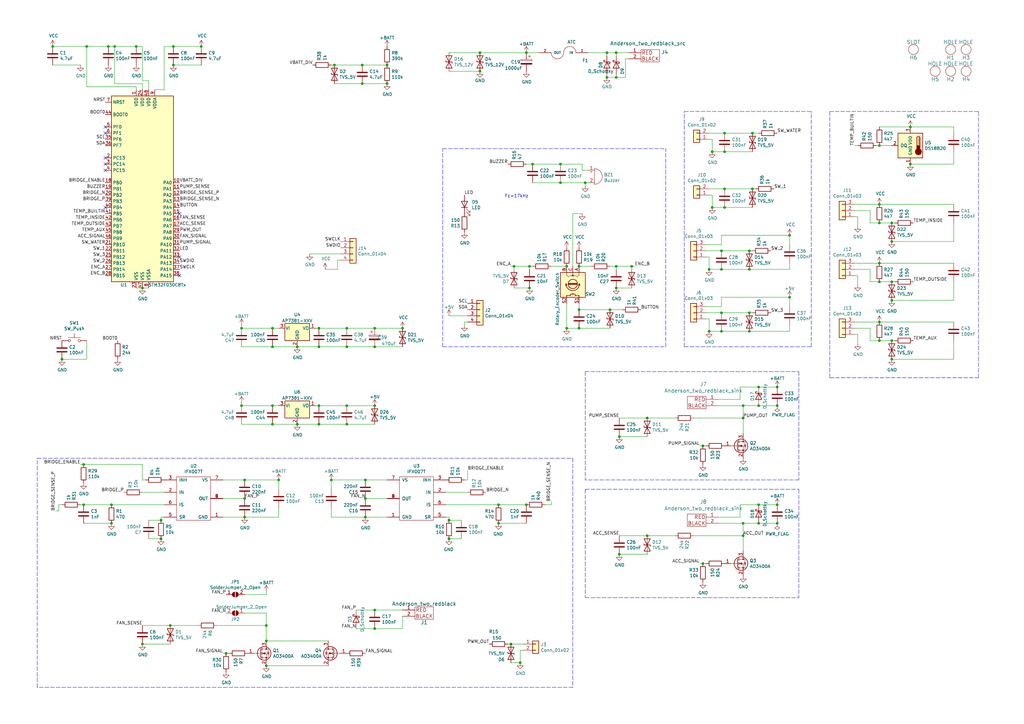
<source format=kicad_sch>
(kicad_sch (version 20211123) (generator eeschema)
  (paper "A3")
  (junction (at 292.1 85.09))
  (junction (at 153.67 166.37))
  (junction (at 99.06 134.62))
  (junction (at 165.1 134.62))
  (junction (at 34.29 207.01))
  (junction (at 45.72 214.63))
  (junction (at 204.47 207.01))
  (junction (at 34.29 190.5))
  (junction (at 109.22 262.89))
  (junction (at 71.12 26.67))
  (junction (at 35.56 19.05))
  (junction (at 25.4 147.32))
  (junction (at 323.85 121.92))
  (junction (at 304.8 214.63))
  (junction (at 121.92 173.99))
  (junction (at 149.86 212.09))
  (junction (at 66.04 220.98))
  (junction (at 184.15 213.36))
  (junction (at 114.3 196.85))
  (junction (at 229.87 67.31))
  (junction (at 92.71 267.97))
  (junction (at 252.73 109.22))
  (junction (at 311.15 214.63))
  (junction (at 55.88 19.05))
  (junction (at 130.81 134.62))
  (junction (at 307.34 135.89))
  (junction (at 149.86 196.85))
  (junction (at 237.49 109.22))
  (junction (at 196.85 29.21))
  (junction (at 99.06 166.37))
  (junction (at 44.45 19.05))
  (junction (at 82.55 19.05))
  (junction (at 304.8 219.71))
  (junction (at 252.73 21.59))
  (junction (at 365.76 91.44))
  (junction (at 373.38 52.07))
  (junction (at 318.77 158.75))
  (junction (at 100.33 212.09))
  (junction (at 142.24 166.37))
  (junction (at 142.24 134.62))
  (junction (at 365.76 147.32))
  (junction (at 232.41 134.62))
  (junction (at 100.33 204.47))
  (junction (at 254 227.33))
  (junction (at 288.29 231.14))
  (junction (at 308.61 77.47))
  (junction (at 360.68 139.7))
  (junction (at 130.81 173.99))
  (junction (at 297.18 85.09))
  (junction (at 311.15 158.75))
  (junction (at 111.76 134.62))
  (junction (at 213.36 271.78))
  (junction (at 69.85 256.54))
  (junction (at 318.77 214.63))
  (junction (at 360.68 132.08))
  (junction (at 318.77 207.01))
  (junction (at 360.68 59.69))
  (junction (at 240.03 74.93))
  (junction (at 46.99 19.05))
  (junction (at 297.18 54.61))
  (junction (at 217.17 109.22))
  (junction (at 307.34 128.27))
  (junction (at 109.22 273.05))
  (junction (at 218.44 67.31))
  (junction (at 323.85 96.52))
  (junction (at 297.18 62.23))
  (junction (at 360.68 91.44))
  (junction (at 311.15 166.37))
  (junction (at 318.77 166.37))
  (junction (at 142.24 142.24))
  (junction (at 130.81 166.37))
  (junction (at 121.92 142.24))
  (junction (at 295.91 128.27))
  (junction (at 290.83 110.49))
  (junction (at 304.8 171.45))
  (junction (at 254 179.07))
  (junction (at 290.83 135.89))
  (junction (at 365.76 99.06))
  (junction (at 149.86 204.47))
  (junction (at 130.81 142.24))
  (junction (at 248.92 21.59))
  (junction (at 21.59 19.05))
  (junction (at 295.91 110.49))
  (junction (at 71.12 19.05))
  (junction (at 217.17 118.11))
  (junction (at 248.92 31.75))
  (junction (at 259.08 109.22))
  (junction (at 308.61 54.61))
  (junction (at 307.34 110.49))
  (junction (at 153.67 250.19))
  (junction (at 209.55 264.16))
  (junction (at 153.67 142.24))
  (junction (at 148.59 26.67))
  (junction (at 288.29 182.88))
  (junction (at 237.49 127))
  (junction (at 111.76 142.24))
  (junction (at 292.1 62.23))
  (junction (at 184.15 220.98))
  (junction (at 250.19 127))
  (junction (at 360.68 115.57))
  (junction (at 295.91 135.89))
  (junction (at 158.75 34.29))
  (junction (at 109.22 256.54))
  (junction (at 311.15 207.01))
  (junction (at 111.76 166.37))
  (junction (at 215.9 21.59))
  (junction (at 304.8 166.37))
  (junction (at 158.75 26.67))
  (junction (at 137.16 26.67))
  (junction (at 100.33 196.85))
  (junction (at 45.72 207.01))
  (junction (at 365.76 123.19))
  (junction (at 252.73 118.11))
  (junction (at 265.43 219.71))
  (junction (at 153.67 257.81))
  (junction (at 360.68 83.82))
  (junction (at 142.24 173.99))
  (junction (at 196.85 21.59))
  (junction (at 237.49 134.62))
  (junction (at 135.89 196.85))
  (junction (at 360.68 107.95))
  (junction (at 252.73 31.75))
  (junction (at 111.76 173.99))
  (junction (at 58.42 264.16))
  (junction (at 365.76 115.57))
  (junction (at 265.43 171.45))
  (junction (at 58.42 118.11))
  (junction (at 295.91 102.87))
  (junction (at 365.76 139.7))
  (junction (at 297.18 77.47))
  (junction (at 215.9 207.01))
  (junction (at 307.34 102.87))
  (junction (at 232.41 109.22))
  (junction (at 373.38 67.31))
  (junction (at 229.87 74.93))
  (junction (at 66.04 213.36))
  (junction (at 148.59 34.29))
  (junction (at 204.47 214.63))
  (junction (at 210.82 109.22))
  (junction (at 153.67 134.62))
  (no_connect (at 43.18 64.77))
  (no_connect (at 43.18 52.07))
  (no_connect (at 43.18 85.09))
  (no_connect (at 73.66 113.03))
  (no_connect (at 43.18 54.61))
  (no_connect (at 43.18 69.85))
  (no_connect (at 43.18 67.31))
  (no_connect (at 73.66 87.63))
  (no_connect (at 73.66 105.41))
  (wire (pts (xy 290.83 54.61) (xy 297.18 54.61)))
  (wire (pts (xy 184.15 21.59) (xy 196.85 21.59)))
  (polyline (pts (xy 240.03 245.11) (xy 327.66 245.11)))
  (wire (pts (xy 209.55 264.16) (xy 214.63 264.16)))
  (wire (pts (xy 276.86 171.45) (xy 265.43 171.45)))
  (wire (pts (xy 323.85 96.52) (xy 323.85 100.33)))
  (wire (pts (xy 311.15 166.37) (xy 304.8 166.37)))
  (wire (pts (xy 153.67 134.62) (xy 165.1 134.62)))
  (wire (pts (xy 69.85 256.54) (xy 58.42 256.54)))
  (wire (pts (xy 24.13 207.01) (xy 24.13 209.55)))
  (wire (pts (xy 367.03 115.57) (xy 365.76 115.57)))
  (wire (pts (xy 252.73 109.22) (xy 250.19 109.22)))
  (wire (pts (xy 391.16 139.7) (xy 391.16 147.32)))
  (polyline (pts (xy 240.03 152.4) (xy 327.66 152.4)))
  (wire (pts (xy 100.33 243.84) (xy 109.22 243.84)))
  (wire (pts (xy 284.48 219.71) (xy 304.8 219.71)))
  (wire (pts (xy 133.35 110.49) (xy 138.43 110.49)))
  (wire (pts (xy 259.08 109.22) (xy 260.35 109.22)))
  (wire (pts (xy 323.85 135.89) (xy 323.85 133.35)))
  (wire (pts (xy 356.87 134.62) (xy 356.87 139.7)))
  (wire (pts (xy 114.3 208.28) (xy 114.3 212.09)))
  (wire (pts (xy 232.41 124.46) (xy 232.41 134.62)))
  (polyline (pts (xy 181.61 142.24) (xy 273.05 142.24)))
  (wire (pts (xy 215.9 207.01) (xy 204.47 207.01)))
  (wire (pts (xy 46.99 34.29) (xy 46.99 19.05)))
  (wire (pts (xy 323.85 121.92) (xy 323.85 125.73)))
  (wire (pts (xy 304.8 166.37) (xy 294.64 166.37)))
  (wire (pts (xy 311.15 158.75) (xy 303.53 158.75)))
  (polyline (pts (xy 401.32 154.94) (xy 401.32 45.72)))
  (wire (pts (xy 25.4 147.32) (xy 35.56 147.32)))
  (wire (pts (xy 35.56 35.56) (xy 55.88 35.56)))
  (wire (pts (xy 67.31 207.01) (xy 45.72 207.01)))
  (polyline (pts (xy 401.32 45.72) (xy 340.36 45.72)))
  (wire (pts (xy 55.88 35.56) (xy 55.88 36.83)))
  (wire (pts (xy 360.68 52.07) (xy 373.38 52.07)))
  (wire (pts (xy 213.36 266.7) (xy 214.63 266.7)))
  (wire (pts (xy 365.76 91.44) (xy 367.03 91.44)))
  (wire (pts (xy 276.86 219.71) (xy 265.43 219.71)))
  (wire (pts (xy 142.24 173.99) (xy 153.67 173.99)))
  (wire (pts (xy 304.8 171.45) (xy 304.8 177.8)))
  (wire (pts (xy 165.1 252.73) (xy 165.1 257.81)))
  (wire (pts (xy 60.96 213.36) (xy 66.04 213.36)))
  (wire (pts (xy 25.4 207.01) (xy 24.13 207.01)))
  (wire (pts (xy 350.52 86.36) (xy 356.87 86.36)))
  (wire (pts (xy 248.92 22.86) (xy 248.92 21.59)))
  (wire (pts (xy 323.85 110.49) (xy 323.85 107.95)))
  (wire (pts (xy 311.15 214.63) (xy 304.8 214.63)))
  (wire (pts (xy 294.64 212.09) (xy 303.53 212.09)))
  (wire (pts (xy 109.22 251.46) (xy 109.22 256.54)))
  (wire (pts (xy 191.77 201.93) (xy 182.88 201.93)))
  (wire (pts (xy 158.75 204.47) (xy 149.86 204.47)))
  (wire (pts (xy 99.06 134.62) (xy 111.76 134.62)))
  (polyline (pts (xy 327.66 200.66) (xy 327.66 245.11)))
  (wire (pts (xy 318.77 207.01) (xy 311.15 207.01)))
  (wire (pts (xy 350.52 59.69) (xy 351.79 59.69)))
  (wire (pts (xy 365.76 99.06) (xy 391.16 99.06)))
  (wire (pts (xy 67.31 19.05) (xy 67.31 36.83)))
  (wire (pts (xy 226.06 109.22) (xy 232.41 109.22)))
  (wire (pts (xy 311.15 166.37) (xy 318.77 166.37)))
  (wire (pts (xy 111.76 134.62) (xy 114.3 134.62)))
  (wire (pts (xy 365.76 115.57) (xy 360.68 115.57)))
  (wire (pts (xy 66.04 220.98) (xy 60.96 220.98)))
  (wire (pts (xy 114.3 196.85) (xy 114.3 200.66)))
  (wire (pts (xy 210.82 109.22) (xy 217.17 109.22)))
  (wire (pts (xy 360.68 132.08) (xy 350.52 132.08)))
  (wire (pts (xy 99.06 133.35) (xy 99.06 134.62)))
  (wire (pts (xy 100.33 196.85) (xy 114.3 196.85)))
  (wire (pts (xy 137.16 34.29) (xy 148.59 34.29)))
  (wire (pts (xy 356.87 110.49) (xy 356.87 115.57)))
  (wire (pts (xy 351.79 92.71) (xy 351.79 88.9)))
  (wire (pts (xy 153.67 250.19) (xy 146.05 250.19)))
  (wire (pts (xy 288.29 231.14) (xy 289.56 231.14)))
  (wire (pts (xy 323.85 121.92) (xy 295.91 121.92)))
  (wire (pts (xy 82.55 26.67) (xy 71.12 26.67)))
  (wire (pts (xy 297.18 62.23) (xy 308.61 62.23)))
  (wire (pts (xy 365.76 91.44) (xy 360.68 91.44)))
  (wire (pts (xy 290.83 135.89) (xy 295.91 135.89)))
  (wire (pts (xy 35.56 19.05) (xy 35.56 35.56)))
  (wire (pts (xy 365.76 123.19) (xy 391.16 123.19)))
  (wire (pts (xy 215.9 67.31) (xy 218.44 67.31)))
  (wire (pts (xy 35.56 19.05) (xy 44.45 19.05)))
  (wire (pts (xy 238.76 69.85) (xy 241.3 69.85)))
  (wire (pts (xy 323.85 96.52) (xy 295.91 96.52)))
  (wire (pts (xy 137.16 26.67) (xy 148.59 26.67)))
  (polyline (pts (xy 327.66 152.4) (xy 327.66 196.85)))
  (wire (pts (xy 158.75 196.85) (xy 149.86 196.85)))
  (wire (pts (xy 252.73 21.59) (xy 257.81 21.59)))
  (wire (pts (xy 91.44 267.97) (xy 92.71 267.97)))
  (wire (pts (xy 290.83 130.81) (xy 289.56 130.81)))
  (wire (pts (xy 391.16 67.31) (xy 373.38 67.31)))
  (wire (pts (xy 58.42 118.11) (xy 60.96 118.11)))
  (wire (pts (xy 289.56 102.87) (xy 295.91 102.87)))
  (wire (pts (xy 121.92 173.99) (xy 130.81 173.99)))
  (wire (pts (xy 135.89 212.09) (xy 149.86 212.09)))
  (wire (pts (xy 295.91 96.52) (xy 295.91 100.33)))
  (wire (pts (xy 351.79 88.9) (xy 350.52 88.9)))
  (wire (pts (xy 109.22 273.05) (xy 134.62 273.05)))
  (wire (pts (xy 223.52 207.01) (xy 226.06 207.01)))
  (wire (pts (xy 290.83 135.89) (xy 290.83 130.81)))
  (wire (pts (xy 33.02 207.01) (xy 34.29 207.01)))
  (polyline (pts (xy 280.67 142.24) (xy 280.67 45.72)))
  (wire (pts (xy 121.92 142.24) (xy 130.81 142.24)))
  (wire (pts (xy 360.68 107.95) (xy 391.16 107.95)))
  (wire (pts (xy 240.03 74.93) (xy 241.3 74.93)))
  (wire (pts (xy 99.06 173.99) (xy 111.76 173.99)))
  (wire (pts (xy 34.29 190.5) (xy 58.42 190.5)))
  (wire (pts (xy 153.67 142.24) (xy 165.1 142.24)))
  (wire (pts (xy 130.81 173.99) (xy 142.24 173.99)))
  (wire (pts (xy 229.87 74.93) (xy 218.44 74.93)))
  (wire (pts (xy 91.44 212.09) (xy 100.33 212.09)))
  (polyline (pts (xy 332.74 142.24) (xy 332.74 45.72)))
  (wire (pts (xy 218.44 109.22) (xy 217.17 109.22)))
  (wire (pts (xy 308.61 102.87) (xy 307.34 102.87)))
  (wire (pts (xy 391.16 91.44) (xy 391.16 99.06)))
  (wire (pts (xy 44.45 19.05) (xy 46.99 19.05)))
  (wire (pts (xy 21.59 19.05) (xy 35.56 19.05)))
  (wire (pts (xy 35.56 147.32) (xy 35.56 139.7)))
  (wire (pts (xy 304.8 219.71) (xy 304.8 226.06)))
  (wire (pts (xy 129.54 166.37) (xy 130.81 166.37)))
  (wire (pts (xy 58.42 196.85) (xy 59.69 196.85)))
  (polyline (pts (xy 181.61 60.96) (xy 273.05 60.96)))
  (wire (pts (xy 356.87 139.7) (xy 360.68 139.7)))
  (wire (pts (xy 99.06 142.24) (xy 111.76 142.24)))
  (wire (pts (xy 367.03 139.7) (xy 365.76 139.7)))
  (wire (pts (xy 114.3 212.09) (xy 100.33 212.09)))
  (wire (pts (xy 234.95 109.22) (xy 234.95 87.63)))
  (wire (pts (xy 99.06 165.1) (xy 99.06 166.37)))
  (wire (pts (xy 295.91 121.92) (xy 295.91 125.73)))
  (wire (pts (xy 165.1 250.19) (xy 153.67 250.19)))
  (wire (pts (xy 307.34 128.27) (xy 295.91 128.27)))
  (wire (pts (xy 60.96 33.02) (xy 60.96 36.83)))
  (wire (pts (xy 138.43 106.68) (xy 139.7 106.68)))
  (wire (pts (xy 295.91 135.89) (xy 307.34 135.89)))
  (wire (pts (xy 209.55 271.78) (xy 213.36 271.78)))
  (wire (pts (xy 142.24 166.37) (xy 153.67 166.37)))
  (wire (pts (xy 234.95 87.63) (xy 238.76 87.63)))
  (wire (pts (xy 295.91 110.49) (xy 307.34 110.49)))
  (wire (pts (xy 71.12 19.05) (xy 67.31 19.05)))
  (wire (pts (xy 289.56 128.27) (xy 295.91 128.27)))
  (wire (pts (xy 351.79 116.84) (xy 351.79 113.03)))
  (wire (pts (xy 58.42 36.83) (xy 58.42 34.29)))
  (wire (pts (xy 292.1 85.09) (xy 292.1 80.01)))
  (wire (pts (xy 81.28 256.54) (xy 69.85 256.54)))
  (polyline (pts (xy 327.66 196.85) (xy 240.03 196.85)))
  (wire (pts (xy 391.16 62.23) (xy 391.16 67.31)))
  (wire (pts (xy 259.08 118.11) (xy 252.73 118.11)))
  (wire (pts (xy 288.29 182.88) (xy 287.02 182.88)))
  (wire (pts (xy 289.56 182.88) (xy 288.29 182.88)))
  (wire (pts (xy 351.79 137.16) (xy 350.52 137.16)))
  (wire (pts (xy 360.68 107.95) (xy 350.52 107.95)))
  (wire (pts (xy 308.61 54.61) (xy 311.15 54.61)))
  (wire (pts (xy 292.1 62.23) (xy 292.1 57.15)))
  (wire (pts (xy 360.68 132.08) (xy 391.16 132.08)))
  (wire (pts (xy 137.16 26.67) (xy 135.89 26.67)))
  (wire (pts (xy 232.41 134.62) (xy 237.49 134.62)))
  (wire (pts (xy 190.5 133.35) (xy 190.5 132.08)))
  (wire (pts (xy 391.16 52.07) (xy 391.16 54.61)))
  (wire (pts (xy 45.72 214.63) (xy 34.29 214.63)))
  (wire (pts (xy 351.79 140.97) (xy 351.79 137.16)))
  (wire (pts (xy 290.83 110.49) (xy 295.91 110.49)))
  (wire (pts (xy 149.86 212.09) (xy 158.75 212.09)))
  (wire (pts (xy 34.29 207.01) (xy 45.72 207.01)))
  (wire (pts (xy 254 227.33) (xy 265.43 227.33)))
  (wire (pts (xy 373.38 52.07) (xy 391.16 52.07)))
  (wire (pts (xy 307.34 110.49) (xy 323.85 110.49)))
  (wire (pts (xy 196.85 21.59) (xy 215.9 21.59)))
  (wire (pts (xy 360.68 83.82) (xy 350.52 83.82)))
  (wire (pts (xy 303.53 207.01) (xy 303.53 212.09)))
  (wire (pts (xy 250.19 127) (xy 237.49 127)))
  (wire (pts (xy 190.5 132.08) (xy 191.77 132.08)))
  (wire (pts (xy 290.83 77.47) (xy 297.18 77.47)))
  (wire (pts (xy 356.87 115.57) (xy 360.68 115.57)))
  (wire (pts (xy 184.15 129.54) (xy 191.77 129.54)))
  (wire (pts (xy 292.1 57.15) (xy 290.83 57.15)))
  (wire (pts (xy 148.59 26.67) (xy 158.75 26.67)))
  (wire (pts (xy 295.91 125.73) (xy 289.56 125.73)))
  (wire (pts (xy 184.15 213.36) (xy 184.15 212.09)))
  (polyline (pts (xy 240.03 200.66) (xy 327.66 200.66)))
  (wire (pts (xy 290.83 105.41) (xy 289.56 105.41)))
  (wire (pts (xy 292.1 80.01) (xy 290.83 80.01)))
  (wire (pts (xy 365.76 139.7) (xy 360.68 139.7)))
  (wire (pts (xy 250.19 127) (xy 255.27 127)))
  (wire (pts (xy 304.8 166.37) (xy 304.8 171.45)))
  (wire (pts (xy 217.17 118.11) (xy 210.82 118.11)))
  (wire (pts (xy 58.42 264.16) (xy 69.85 264.16)))
  (wire (pts (xy 58.42 190.5) (xy 58.42 196.85)))
  (wire (pts (xy 111.76 142.24) (xy 121.92 142.24)))
  (wire (pts (xy 284.48 171.45) (xy 304.8 171.45)))
  (wire (pts (xy 309.88 77.47) (xy 308.61 77.47)))
  (wire (pts (xy 218.44 67.31) (xy 229.87 67.31)))
  (wire (pts (xy 92.71 267.97) (xy 93.98 267.97)))
  (wire (pts (xy 88.9 256.54) (xy 109.22 256.54)))
  (wire (pts (xy 297.18 77.47) (xy 308.61 77.47)))
  (polyline (pts (xy 240.03 200.66) (xy 240.03 245.11)))
  (polyline (pts (xy 280.67 142.24) (xy 332.74 142.24)))
  (wire (pts (xy 237.49 127) (xy 237.49 124.46)))
  (wire (pts (xy 252.73 22.86) (xy 252.73 21.59)))
  (wire (pts (xy 91.44 204.47) (xy 100.33 204.47)))
  (wire (pts (xy 356.87 86.36) (xy 356.87 91.44)))
  (wire (pts (xy 58.42 19.05) (xy 58.42 33.02)))
  (wire (pts (xy 58.42 201.93) (xy 67.31 201.93)))
  (polyline (pts (xy 340.36 154.94) (xy 401.32 154.94)))
  (wire (pts (xy 109.22 262.89) (xy 134.62 262.89)))
  (wire (pts (xy 248.92 21.59) (xy 252.73 21.59)))
  (wire (pts (xy 165.1 257.81) (xy 153.67 257.81)))
  (wire (pts (xy 304.8 214.63) (xy 294.64 214.63)))
  (wire (pts (xy 350.52 134.62) (xy 356.87 134.62)))
  (wire (pts (xy 142.24 142.24) (xy 153.67 142.24)))
  (wire (pts (xy 210.82 110.49) (xy 210.82 109.22)))
  (wire (pts (xy 191.77 193.04) (xy 191.77 196.85)))
  (wire (pts (xy 213.36 271.78) (xy 213.36 266.7)))
  (wire (pts (xy 252.73 110.49) (xy 252.73 109.22)))
  (wire (pts (xy 217.17 109.22) (xy 217.17 110.49)))
  (wire (pts (xy 265.43 171.45) (xy 254 171.45)))
  (wire (pts (xy 33.02 190.5) (xy 34.29 190.5)))
  (wire (pts (xy 127 104.14) (xy 139.7 104.14)))
  (wire (pts (xy 308.61 54.61) (xy 297.18 54.61)))
  (wire (pts (xy 311.15 207.01) (xy 303.53 207.01)))
  (wire (pts (xy 184.15 29.21) (xy 196.85 29.21)))
  (wire (pts (xy 311.15 214.63) (xy 318.77 214.63)))
  (wire (pts (xy 252.73 109.22) (xy 259.08 109.22)))
  (polyline (pts (xy 240.03 152.4) (xy 240.03 196.85)))
  (wire (pts (xy 240.03 74.93) (xy 229.87 74.93)))
  (wire (pts (xy 297.18 85.09) (xy 308.61 85.09)))
  (polyline (pts (xy 234.95 187.96) (xy 234.95 281.94)))
  (wire (pts (xy 208.28 264.16) (xy 209.55 264.16)))
  (wire (pts (xy 58.42 34.29) (xy 46.99 34.29)))
  (wire (pts (xy 135.89 200.66) (xy 135.89 196.85)))
  (wire (pts (xy 391.16 115.57) (xy 391.16 123.19)))
  (wire (pts (xy 226.06 207.01) (xy 226.06 205.74)))
  (wire (pts (xy 109.22 251.46) (xy 100.33 251.46)))
  (polyline (pts (xy 15.24 281.94) (xy 15.24 187.96)))
  (wire (pts (xy 304.8 214.63) (xy 304.8 219.71)))
  (wire (pts (xy 184.15 220.98) (xy 189.23 220.98)))
  (wire (pts (xy 146.05 257.81) (xy 153.67 257.81)))
  (wire (pts (xy 130.81 166.37) (xy 142.24 166.37)))
  (wire (pts (xy 111.76 166.37) (xy 114.3 166.37)))
  (wire (pts (xy 360.68 59.69) (xy 365.76 59.69)))
  (wire (pts (xy 242.57 109.22) (xy 237.49 109.22)))
  (wire (pts (xy 351.79 113.03) (xy 350.52 113.03)))
  (wire (pts (xy 24.13 209.55) (xy 22.86 209.55)))
  (wire (pts (xy 307.34 135.89) (xy 323.85 135.89)))
  (wire (pts (xy 142.24 134.62) (xy 153.67 134.62)))
  (wire (pts (xy 359.41 59.69) (xy 360.68 59.69)))
  (wire (pts (xy 250.19 134.62) (xy 237.49 134.62)))
  (wire (pts (xy 82.55 19.05) (xy 71.12 19.05)))
  (wire (pts (xy 130.81 134.62) (xy 142.24 134.62)))
  (wire (pts (xy 21.59 26.67) (xy 33.02 26.67)))
  (wire (pts (xy 109.22 256.54) (xy 109.22 262.89)))
  (wire (pts (xy 182.88 207.01) (xy 204.47 207.01)))
  (wire (pts (xy 350.52 110.49) (xy 356.87 110.49)))
  (wire (pts (xy 294.64 163.83) (xy 303.53 163.83)))
  (wire (pts (xy 66.04 212.09) (xy 67.31 212.09)))
  (wire (pts (xy 99.06 166.37) (xy 111.76 166.37)))
  (wire (pts (xy 256.54 24.13) (xy 257.81 24.13)))
  (wire (pts (xy 91.44 196.85) (xy 100.33 196.85)))
  (wire (pts (xy 318.77 158.75) (xy 311.15 158.75)))
  (wire (pts (xy 148.59 34.29) (xy 158.75 34.29)))
  (polyline (pts (xy 340.36 45.72) (xy 340.36 154.94)))
  (wire (pts (xy 184.15 212.09) (xy 182.88 212.09)))
  (wire (pts (xy 287.02 231.14) (xy 288.29 231.14)))
  (wire (pts (xy 256.54 31.75) (xy 256.54 24.13)))
  (wire (pts (xy 248.92 31.75) (xy 252.73 31.75)))
  (wire (pts (xy 138.43 110.49) (xy 138.43 106.68)))
  (wire (pts (xy 365.76 147.32) (xy 391.16 147.32)))
  (wire (pts (xy 290.83 110.49) (xy 290.83 105.41)))
  (wire (pts (xy 241.3 21.59) (xy 248.92 21.59)))
  (wire (pts (xy 209.55 109.22) (xy 210.82 109.22)))
  (wire (pts (xy 292.1 85.09) (xy 297.18 85.09)))
  (wire (pts (xy 109.22 243.84) (xy 109.22 242.57)))
  (wire (pts (xy 46.99 19.05) (xy 55.88 19.05)))
  (wire (pts (xy 254 179.07) (xy 265.43 179.07)))
  (wire (pts (xy 55.88 19.05) (xy 58.42 19.05)))
  (wire (pts (xy 190.5 196.85) (xy 191.77 196.85)))
  (polyline (pts (xy 15.24 187.96) (xy 234.95 187.96)))
  (wire (pts (xy 307.34 102.87) (xy 295.91 102.87)))
  (wire (pts (xy 303.53 158.75) (xy 303.53 163.83)))
  (wire (pts (xy 292.1 62.23) (xy 297.18 62.23)))
  (wire (pts (xy 360.68 83.82) (xy 391.16 83.82)))
  (wire (pts (xy 238.76 67.31) (xy 238.76 69.85)))
  (polyline (pts (xy 181.61 142.24) (xy 181.61 60.96)))
  (wire (pts (xy 295.91 100.33) (xy 289.56 100.33)))
  (wire (pts (xy 111.76 173.99) (xy 121.92 173.99)))
  (wire (pts (xy 55.88 118.11) (xy 58.42 118.11)))
  (wire (pts (xy 63.5 36.83) (xy 67.31 36.83)))
  (wire (pts (xy 308.61 128.27) (xy 307.34 128.27)))
  (polyline (pts (xy 280.67 45.72) (xy 332.74 45.72)))
  (wire (pts (xy 248.92 31.75) (xy 248.92 30.48)))
  (wire (pts (xy 240.03 76.2) (xy 240.03 74.93)))
  (wire (pts (xy 229.87 67.31) (xy 238.76 67.31)))
  (wire (pts (xy 189.23 213.36) (xy 184.15 213.36)))
  (wire (pts (xy 66.04 213.36) (xy 66.04 212.09)))
  (wire (pts (xy 135.89 196.85) (xy 149.86 196.85)))
  (wire (pts (xy 220.98 21.59) (xy 215.9 21.59)))
  (wire (pts (xy 265.43 219.71) (xy 254 219.71)))
  (wire (pts (xy 129.54 134.62) (xy 130.81 134.62)))
  (polyline (pts (xy 234.95 281.94) (xy 15.24 281.94)))
  (wire (pts (xy 58.42 33.02) (xy 60.96 33.02)))
  (wire (pts (xy 252.73 30.48) (xy 252.73 31.75)))
  (polyline (pts (xy 273.05 142.24) (xy 273.05 60.96)))
  (wire (pts (xy 252.73 31.75) (xy 256.54 31.75)))
  (wire (pts (xy 259.08 110.49) (xy 259.08 109.22)))
  (wire (pts (xy 204.47 214.63) (xy 215.9 214.63)))
  (wire (pts (xy 130.81 142.24) (xy 142.24 142.24)))
  (wire (pts (xy 356.87 91.44) (xy 360.68 91.44)))
  (wire (pts (xy 135.89 208.28) (xy 135.89 212.09)))
  (text "Fc=17kHz" (at 207.01 81.28 0) (effects (font (size 1.27 1.27)) (justify left bottom)))
  (label "TEMP_INSIDE" (at 43.18 90.17 180))
  (label "FAN_SENSE" (at 73.66 90.17 0))
  (label "FAN_SIGNAL" (at 149.86 267.97 0))
  (label "ACC_OUT" (at 304.8 219.71 0))
  (label "SW_3" (at 43.18 105.41 180))
  (label "PUMP_OUT" (at 304.8 171.45 0))
  (label "ENC_A" (at 43.18 110.49 180))
  (label "VBATT_DIV" (at 73.66 74.93 0))
  (label "BRIDGE_ENABLE" (at 43.18 74.93 180))
  (label "FAN_SIGNAL" (at 91.44 267.97 180))
  (label "BRIDGE_P" (at 50.8 201.93 180))
  (label "BOOT0" (at 48.26 139.7 180))
  (label "VBATT_DIV" (at 128.27 26.67 180))
  (label "TEMP_OUTSIDE" (at 374.65 115.57 0))
  (label "SW_WATER" (at 43.18 100.33 180))
  (label "BRIDGE_ENABLE" (at 191.77 193.04 0))
  (label "TEMP_INSIDE" (at 374.65 91.44 0))
  (label "SW_2" (at 316.23 102.87 0))
  (label "FAN_SIGNAL" (at 73.66 97.79 0))
  (label "FAN_SENSE" (at 58.42 256.54 180))
  (label "BRIDGE_SENSE_N" (at 73.66 82.55 0))
  (label "LED" (at 190.5 80.01 0))
  (label "SWDIO" (at 73.66 107.95 0))
  (label "FAN_P" (at 100.33 204.47 0))
  (label "SCL" (at 43.18 57.15 180))
  (label "BRIDGE_N" (at 43.18 80.01 180))
  (label "FAN_P" (at 92.71 243.84 180))
  (label "ENC_B" (at 260.35 109.22 0))
  (label "SDA" (at 43.18 59.69 180))
  (label "BRIDGE_ENABLE" (at 33.02 190.5 180))
  (label "ACC_SENSE" (at 254 219.71 180))
  (label "ACC_SENSE" (at 73.66 92.71 0))
  (label "SW_2" (at 43.18 107.95 180))
  (label "BUTTON" (at 262.89 127 0))
  (label "FAN_N" (at 146.05 257.81 180))
  (label "ENC_B" (at 43.18 113.03 180))
  (label "ENC_A" (at 209.55 109.22 180))
  (label "FAN_N" (at 92.71 251.46 180))
  (label "SDA" (at 191.77 127 180))
  (label "PWM_OUT" (at 200.66 264.16 180))
  (label "SW_1" (at 43.18 102.87 180))
  (label "PUMP_SENSE" (at 73.66 77.47 0))
  (label "PUMP_SIGNAL" (at 287.02 182.88 180))
  (label "SWCLK" (at 73.66 110.49 0))
  (label "ACC_SIGNAL" (at 287.02 231.14 180))
  (label "SWCLK" (at 139.7 99.06 180))
  (label "BRIDGE_SENSE_P" (at 22.86 209.55 90))
  (label "ACC_SIGNAL" (at 43.18 97.79 180))
  (label "FAN_P" (at 146.05 250.19 180))
  (label "FAN_N" (at 149.86 204.47 180))
  (label "SW_WATER" (at 318.77 54.61 0))
  (label "BUTTON" (at 73.66 85.09 0))
  (label "BRIDGE_N" (at 199.39 201.93 0))
  (label "TEMP_AUX" (at 374.65 139.7 0))
  (label "TEMP_AUX" (at 43.18 95.25 180))
  (label "BRIDGE_P" (at 43.18 82.55 180))
  (label "BUZZER" (at 208.28 67.31 180))
  (label "NRST" (at 25.4 139.7 180))
  (label "SW_1" (at 317.5 77.47 0))
  (label "TEMP_BUILTIN" (at 350.52 59.69 90))
  (label "LED" (at 73.66 102.87 0))
  (label "PUMP_SENSE" (at 254 171.45 180))
  (label "SWDIO" (at 139.7 101.6 180))
  (label "NRST" (at 43.18 41.91 180))
  (label "TEMP_BUILTIN" (at 43.18 87.63 180))
  (label "BOOT0" (at 43.18 46.99 180))
  (label "BUZZER" (at 43.18 77.47 180))
  (label "PWM_OUT" (at 73.66 95.25 0))
  (label "BRIDGE_SENSE_P" (at 73.66 80.01 0))
  (label "SW_3" (at 316.23 128.27 0))
  (label "SCL" (at 191.77 124.46 180))
  (label "BRIDGE_SENSE_N" (at 226.06 205.74 90))
  (label "TEMP_OUTSIDE" (at 43.18 92.71 180))
  (label "PUMP_SIGNAL" (at 73.66 100.33 0))
  (symbol (lib_id "hvac-v2-rescue:Anderson_two_redblack") (at 173.99 251.46 0) (unit 1)
    (property "Reference" "J1" (at 173.99 255.27 0) (effects (font (size 1.524 1.524))))
    (property "Value" "Anderson_two_redblack" (at 173.99 247.65 0) (effects (font (size 1.524 1.524))))
    (property "Footprint" "Homebrew:Anderson_1336G1_right_angle_bottom_two" (effects hide))
  )
  (symbol (lib_id "power:+BATT") (at 215.9 21.59 0) (unit 1)
    (property "Reference" "#PWR026" (effects hide))
    (property "Value" "+BATT" (at 215.9 18.034 0))
  )
  (symbol (lib_id "power:GND") (at 248.92 31.75 0) (unit 1)
    (property "Reference" "#PWR034" (effects hide))
    (property "Value" "GND" (at 248.92 35.56 0))
  )
  (symbol (lib_id "hvac-v2-rescue:POWER_FUSE") (at 231.14 21.59 180) (unit 1)
    (property "Reference" "F1" (at 241.3 24.13 0) (effects (justify left bottom)))
    (property "Value" "ATC" (at 236.22 16.51 0) (effects (justify left bottom)))
    (property "Footprint" "Homebrew:FUSE_3550-2" (effects hide))
    (property "MPN" "3550-2" (effects hide))
  )
  (symbol (lib_id "hvac-v2-rescue:HOLE") (at 389.89 20.32 0) (unit 1)
    (property "Reference" "H1" (at 389.89 23.622 0) (effects (font (size 1.524 1.524))))
    (property "Value" "HOLE" (at 389.89 17.272 0) (effects (font (size 1.524 1.524))))
    (property "Footprint" "Homebrew:HOLE_M4" (effects hide))
  )
  (symbol (lib_id "hvac-v2-rescue:HOLE") (at 396.24 20.32 0) (unit 1)
    (property "Reference" "H3" (at 396.24 23.622 0) (effects (font (size 1.524 1.524))))
    (property "Value" "HOLE" (at 396.24 17.272 0) (effects (font (size 1.524 1.524))))
    (property "Footprint" "Homebrew:HOLE_M4" (effects hide))
  )
  (symbol (lib_id "hvac-v2-rescue:HOLE") (at 389.89 29.21 0) (unit 1)
    (property "Reference" "H2" (at 389.89 32.512 0) (effects (font (size 1.524 1.524))))
    (property "Value" "HOLE" (at 389.89 26.162 0) (effects (font (size 1.524 1.524))))
    (property "Footprint" "Homebrew:HOLE_M4" (effects hide))
  )
  (symbol (lib_id "hvac-v2-rescue:HOLE") (at 396.24 29.21 0) (unit 1)
    (property "Reference" "H4" (at 396.24 32.512 0) (effects (font (size 1.524 1.524))))
    (property "Value" "HOLE" (at 396.24 26.162 0) (effects (font (size 1.524 1.524))))
    (property "Footprint" "Homebrew:HOLE_M4" (effects hide))
  )
  (symbol (lib_id "MCU_ST_STM32F0:STM32F030C8Tx") (at 58.42 77.47 0) (unit 1)
    (property "Reference" "U1" (at 50.8 116.84 0))
    (property "Value" "STM32F030C8Tx" (at 68.58 116.84 0))
    (property "Footprint" "Package_QFP:LQFP-48_7x7mm_P0.5mm" (effects hide))
    (property "Datasheet" "http://www.st.com/st-web-ui/static/active/en/resource/technical/document/datasheet/DM00088500.pdf" (effects hide))
    (property "LCSC" "C23922" (effects hide))
  )
  (symbol (lib_id "Device:C") (at 71.12 22.86 0) (unit 1)
    (property "Reference" "C8" (at 74.041 21.6916 0) (effects (justify left)))
    (property "Value" "100nF" (at 74.041 24.003 0) (effects (justify left)))
    (property "Footprint" "Capacitor_SMD:C_0402_1005Metric" (effects hide))
    (property "LCSC" "C307331" (effects hide))
  )
  (symbol (lib_id "Device:C") (at 82.55 22.86 0) (unit 1)
    (property "Reference" "C9" (at 85.471 21.6916 0) (effects (justify left)))
    (property "Value" "4.7uF" (at 85.471 24.003 0) (effects (justify left)))
    (property "Footprint" "Capacitor_SMD:C_0603_1608Metric" (effects hide))
    (property "LCSC" "C19666" (effects hide))
  )
  (symbol (lib_id "power:GND") (at 71.12 26.67 0) (unit 1)
    (property "Reference" "#PWR011" (effects hide))
    (property "Value" "GND" (at 71.247 31.0642 0))
  )
  (symbol (lib_id "Device:C") (at 21.59 22.86 0) (unit 1)
    (property "Reference" "C1" (at 24.511 21.6916 0) (effects (justify left)))
    (property "Value" "4.7uF" (at 24.511 24.003 0) (effects (justify left)))
    (property "Footprint" "Capacitor_SMD:C_0603_1608Metric" (effects hide))
    (property "LCSC" "C19666" (effects hide))
  )
  (symbol (lib_id "Device:C") (at 44.45 22.86 0) (unit 1)
    (property "Reference" "C4" (at 47.371 21.6916 0) (effects (justify left)))
    (property "Value" "100nF" (at 47.371 24.003 0) (effects (justify left)))
    (property "Footprint" "Capacitor_SMD:C_0402_1005Metric" (effects hide))
    (property "LCSC" "C307331" (effects hide))
  )
  (symbol (lib_id "Device:C") (at 55.88 22.86 0) (unit 1)
    (property "Reference" "C5" (at 58.801 21.6916 0) (effects (justify left)))
    (property "Value" "100nF" (at 58.801 24.003 0) (effects (justify left)))
    (property "Footprint" "Capacitor_SMD:C_0402_1005Metric" (effects hide))
    (property "LCSC" "C307331" (effects hide))
  )
  (symbol (lib_id "Device:C") (at 25.4 143.51 0) (unit 1)
    (property "Reference" "C2" (at 28.321 142.3416 0) (effects (justify left)))
    (property "Value" "100nF" (at 28.321 144.653 0) (effects (justify left)))
    (property "Footprint" "Capacitor_SMD:C_0402_1005Metric" (effects hide))
    (property "LCSC" "C307331" (effects hide))
  )
  (symbol (lib_id "power:GND") (at 304.8 187.96 0) (unit 1)
    (property "Reference" "#PWR043" (effects hide))
    (property "Value" "GND" (at 304.927 192.3542 0))
  )
  (symbol (lib_id "power:GND") (at 55.88 26.67 0) (unit 1)
    (property "Reference" "#PWR07" (effects hide))
    (property "Value" "GND" (at 56.007 31.0642 0))
  )
  (symbol (lib_id "power:GND") (at 44.45 26.67 0) (unit 1)
    (property "Reference" "#PWR04" (effects hide))
    (property "Value" "GND" (at 44.577 31.0642 0))
  )
  (symbol (lib_id "power:GND") (at 33.02 26.67 0) (unit 1)
    (property "Reference" "#PWR03" (effects hide))
    (property "Value" "GND" (at 33.147 31.0642 0))
  )
  (symbol (lib_id "power:VCC") (at 82.55 19.05 0) (unit 1)
    (property "Reference" "#PWR012" (effects hide))
    (property "Value" "VCC" (at 82.931 14.6558 0))
  )
  (symbol (lib_id "power:VCC") (at 21.59 19.05 0) (unit 1)
    (property "Reference" "#PWR01" (effects hide))
    (property "Value" "VCC" (at 21.971 14.6558 0))
  )
  (symbol (lib_id "Transistor_FET:AO3400A") (at 302.26 182.88 0) (unit 1)
    (property "Reference" "Q2" (at 307.467 181.7116 0) (effects (justify left)))
    (property "Value" "AO3400A" (at 307.467 184.023 0) (effects (justify left)))
    (property "Footprint" "Package_TO_SOT_SMD:SOT-23" (effects hide))
    (property "Datasheet" "http://www.aosmd.com/pdfs/datasheet/AO3400A.pdf" (effects hide))
    (property "LCSC" "C20917" (effects hide))
  )
  (symbol (lib_id "Connector_Generic:Conn_01x04") (at 196.85 127 0) (unit 1)
    (property "Reference" "J2" (at 198.882 127.2032 0) (effects (justify left)))
    (property "Value" "Conn_01x04" (at 198.882 129.5146 0) (effects (justify left)))
    (property "Footprint" "Connector_PinHeader_2.54mm:PinHeader_1x04_P2.54mm_Horizontal" (effects hide))
  )
  (symbol (lib_id "power:GND") (at 190.5 133.35 0) (unit 1)
    (property "Reference" "#PWR023" (effects hide))
    (property "Value" "GND" (at 190.627 137.7442 0))
  )
  (symbol (lib_id "power:GND") (at 58.42 118.11 0) (unit 1)
    (property "Reference" "#PWR08" (effects hide))
    (property "Value" "GND" (at 58.547 122.5042 0))
  )
  (symbol (lib_id "Device:R") (at 293.37 182.88 270) (unit 1)
    (property "Reference" "R23" (at 294.5384 184.658 0) (effects (justify left)))
    (property "Value" "150" (at 292.227 184.658 0) (effects (justify left)))
    (property "Footprint" "Resistor_SMD:R_0603_1608Metric" (effects hide))
    (property "LCSC" "C22808" (effects hide))
  )
  (symbol (lib_id "Switch:SW_Push") (at 30.48 139.7 0) (unit 1)
    (property "Reference" "SW1" (at 30.48 132.461 0))
    (property "Value" "SW_Push" (at 30.48 134.7724 0))
    (property "Footprint" "Homebrew:SW_TACTILE_5.1MM_TS-1187A-C-D-B" (effects hide))
    (property "LCSC" "C318884" (effects hide))
  )
  (symbol (lib_id "Device:D_Schottky") (at 311.15 162.56 90) (mirror x) (unit 1)
    (property "Reference" "D17" (at 308.61 162.56 0))
    (property "Value" "D_Schottky" (at 313.69 162.56 0))
    (property "Footprint" "Diode_THT:D_DO-201AD_P12.70mm_Horizontal" (effects hide))
    (property "MPN" "SB10150TA" (effects hide))
  )
  (symbol (lib_id "power:GND") (at 25.4 147.32 0) (unit 1)
    (property "Reference" "#PWR02" (effects hide))
    (property "Value" "GND" (at 25.527 151.7142 0))
  )
  (symbol (lib_id "Device:R") (at 186.69 196.85 90) (unit 1)
    (property "Reference" "R11" (at 185.5216 195.072 0) (effects (justify left)))
    (property "Value" "10k" (at 187.833 195.072 0) (effects (justify left)))
    (property "Footprint" "Resistor_SMD:R_0603_1608Metric" (effects hide))
    (property "LCSC" "C25804" (effects hide))
  )
  (symbol (lib_id "Device:R") (at 195.58 201.93 90) (unit 1)
    (property "Reference" "R12" (at 194.4116 200.152 0) (effects (justify left)))
    (property "Value" "10k" (at 196.723 200.152 0) (effects (justify left)))
    (property "Footprint" "Resistor_SMD:R_0603_1608Metric" (effects hide))
    (property "LCSC" "C25804" (effects hide))
  )
  (symbol (lib_id "Device:C_Polarized") (at 215.9 25.4 0) (mirror y) (unit 1)
    (property "Reference" "C19" (at 209.55 25.4 0) (effects (justify right)))
    (property "Value" "1000uF" (at 207.01 27.94 0) (effects (justify right)))
    (property "Footprint" "Capacitor_THT:CP_Radial_D10.0mm_P5.00mm" (effects hide))
    (property "MPN" "25PK1000MEFC10X16" (effects hide))
  )
  (symbol (lib_id "Device:R") (at 48.26 143.51 0) (unit 1)
    (property "Reference" "R2" (at 50.038 142.3416 0) (effects (justify left)))
    (property "Value" "24k" (at 50.038 144.653 0) (effects (justify left)))
    (property "Footprint" "Resistor_SMD:R_0603_1608Metric" (effects hide))
    (property "LCSC" "C23352" (effects hide))
  )
  (symbol (lib_id "power:GND") (at 48.26 147.32 0) (unit 1)
    (property "Reference" "#PWR06" (effects hide))
    (property "Value" "GND" (at 48.387 151.7142 0))
  )
  (symbol (lib_id "power:GND") (at 215.9 29.21 0) (unit 1)
    (property "Reference" "#PWR027" (effects hide))
    (property "Value" "GND" (at 216.027 33.6042 0))
  )
  (symbol (lib_id "Device:C") (at 135.89 204.47 180) (unit 1)
    (property "Reference" "C13" (at 132.969 205.6384 0) (effects (justify left)))
    (property "Value" "100nF" (at 132.969 203.327 0) (effects (justify left)))
    (property "Footprint" "Capacitor_SMD:C_0402_1005Metric" (effects hide))
    (property "LCSC" "C307331" (effects hide))
  )
  (symbol (lib_id "Device:R") (at 158.75 30.48 0) (unit 1)
    (property "Reference" "R9" (at 160.528 29.3116 0) (effects (justify left)))
    (property "Value" "110k" (at 160.528 31.623 0) (effects (justify left)))
    (property "Footprint" "Resistor_SMD:R_0603_1608Metric" (effects hide))
    (property "LCSC" "C25805" (effects hide))
  )
  (symbol (lib_id "Device:C") (at 114.3 204.47 0) (unit 1)
    (property "Reference" "C12" (at 117.221 203.3016 0) (effects (justify left)))
    (property "Value" "100nF" (at 117.221 205.613 0) (effects (justify left)))
    (property "Footprint" "Capacitor_SMD:C_0402_1005Metric" (effects hide))
    (property "LCSC" "C307331" (effects hide))
  )
  (symbol (lib_id "Device:R") (at 158.75 22.86 0) (unit 1)
    (property "Reference" "R8" (at 160.528 21.6916 0) (effects (justify left)))
    (property "Value" "390k" (at 160.528 24.003 0) (effects (justify left)))
    (property "Footprint" "Resistor_SMD:R_0603_1608Metric" (effects hide))
    (property "LCSC" "C23150" (effects hide))
  )
  (symbol (lib_id "power:+BATT") (at 158.75 19.05 0) (unit 1)
    (property "Reference" "#PWR017" (effects hide))
    (property "Value" "+BATT" (at 158.75 15.494 0))
  )
  (symbol (lib_id "Device:C") (at 100.33 200.66 0) (unit 1)
    (property "Reference" "C10" (at 103.251 199.4916 0) (effects (justify left)))
    (property "Value" "220nF" (at 103.251 201.803 0) (effects (justify left)))
    (property "Footprint" "Capacitor_SMD:C_0805_2012Metric" (effects hide))
    (property "LCSC" "C5378" (effects hide))
  )
  (symbol (lib_id "Device:C") (at 100.33 208.28 0) (unit 1)
    (property "Reference" "C11" (at 103.251 207.1116 0) (effects (justify left)))
    (property "Value" "220nF" (at 103.251 209.423 0) (effects (justify left)))
    (property "Footprint" "Capacitor_SMD:C_0805_2012Metric" (effects hide))
    (property "LCSC" "C5378" (effects hide))
  )
  (symbol (lib_id "power:+BATT") (at 318.77 158.75 0) (unit 1)
    (property "Reference" "#PWR046" (effects hide))
    (property "Value" "+BATT" (at 318.77 155.194 0))
  )
  (symbol (lib_id "power:GND") (at 158.75 34.29 0) (unit 1)
    (property "Reference" "#PWR018" (effects hide))
    (property "Value" "GND" (at 158.877 38.6842 0))
  )
  (symbol (lib_id "Device:C") (at 148.59 30.48 0) (unit 1)
    (property "Reference" "C14" (at 151.511 29.3116 0) (effects (justify left)))
    (property "Value" "4.7uF" (at 151.511 31.623 0) (effects (justify left)))
    (property "Footprint" "Capacitor_SMD:C_0603_1608Metric" (effects hide))
    (property "LCSC" "C19666" (effects hide))
  )
  (symbol (lib_id "Device:C") (at 149.86 200.66 180) (unit 1)
    (property "Reference" "C15" (at 146.939 201.8284 0) (effects (justify left)))
    (property "Value" "220nF" (at 146.939 199.517 0) (effects (justify left)))
    (property "Footprint" "Capacitor_SMD:C_0805_2012Metric" (effects hide))
    (property "LCSC" "C5378" (effects hide))
  )
  (symbol (lib_id "Device:C") (at 149.86 208.28 180) (unit 1)
    (property "Reference" "C16" (at 146.939 209.4484 0) (effects (justify left)))
    (property "Value" "220nF" (at 146.939 207.137 0) (effects (justify left)))
    (property "Footprint" "Capacitor_SMD:C_0805_2012Metric" (effects hide))
    (property "LCSC" "C5378" (effects hide))
  )
  (symbol (lib_id "Device:D_TVS") (at 137.16 30.48 270) (unit 1)
    (property "Reference" "D2" (at 139.192 29.3116 90) (effects (justify left)))
    (property "Value" "TVS_5V" (at 139.192 31.623 90) (effects (justify left)))
    (property "Footprint" "Diode_SMD:D_SOD-323" (effects hide))
    (property "LCSC" "C182013" (effects hide))
  )
  (symbol (lib_id "Device:D_TVS") (at 196.85 25.4 270) (unit 1)
    (property "Reference" "D4" (at 198.882 24.2316 90) (effects (justify left)))
    (property "Value" "TVS_12V" (at 198.882 26.543 90) (effects (justify left)))
    (property "Footprint" "Diode_SMD:D_SMB_Handsoldering" (effects hide))
    (property "MPN" "SMBJ16CA" (effects hide))
  )
  (symbol (lib_id "power:GND") (at 196.85 29.21 0) (unit 1)
    (property "Reference" "#PWR021" (effects hide))
    (property "Value" "GND" (at 196.85 33.02 0))
  )
  (symbol (lib_id "Device:R") (at 288.29 186.69 0) (mirror y) (unit 1)
    (property "Reference" "R32" (at 286.512 185.5216 0) (effects (justify left)))
    (property "Value" "10k" (at 286.512 187.833 0) (effects (justify left)))
    (property "Footprint" "Resistor_SMD:R_0603_1608Metric" (effects hide))
    (property "LCSC" "C25804" (effects hide))
  )
  (symbol (lib_id "Device:C") (at 318.77 162.56 0) (unit 1)
    (property "Reference" "C33" (at 321.691 161.3916 0) (effects (justify left)))
    (property "Value" "100nF" (at 321.691 163.703 0) (effects (justify left)))
    (property "Footprint" "Capacitor_SMD:C_0402_1005Metric" (effects hide))
    (property "LCSC" "C307331" (effects hide))
  )
  (symbol (lib_id "hvac-v2-rescue:HOLE") (at 374.65 20.32 0) (unit 1)
    (property "Reference" "H6" (at 374.65 23.622 0) (effects (font (size 1.524 1.524))))
    (property "Value" "SLOT" (at 374.65 17.272 0) (effects (font (size 1.524 1.524))))
    (property "Footprint" "Homebrew:SLOT_W2mm_H8mm" (effects hide))
  )
  (symbol (lib_id "power:GND") (at 100.33 212.09 0) (unit 1)
    (property "Reference" "#PWR013" (effects hide))
    (property "Value" "GND" (at 100.457 216.4842 0))
  )
  (symbol (lib_id "power:GND") (at 149.86 212.09 0) (unit 1)
    (property "Reference" "#PWR016" (effects hide))
    (property "Value" "GND" (at 149.987 216.4842 0))
  )
  (symbol (lib_id "Device:R") (at 45.72 210.82 0) (unit 1)
    (property "Reference" "R1" (at 47.498 209.6516 0) (effects (justify left)))
    (property "Value" "470" (at 47.498 211.963 0) (effects (justify left)))
    (property "Footprint" "Resistor_SMD:R_0603_1608Metric" (effects hide))
    (property "LCSC" "C23179" (effects hide))
  )
  (symbol (lib_id "power:GND") (at 288.29 190.5 0) (unit 1)
    (property "Reference" "#PWR0106" (effects hide))
    (property "Value" "GND" (at 288.417 194.8942 0))
  )
  (symbol (lib_id "power:GND") (at 45.72 214.63 0) (unit 1)
    (property "Reference" "#PWR05" (effects hide))
    (property "Value" "GND" (at 45.847 219.0242 0))
  )
  (symbol (lib_id "Device:C") (at 34.29 210.82 0) (unit 1)
    (property "Reference" "C3" (at 37.211 209.6516 0) (effects (justify left)))
    (property "Value" "1nF" (at 37.211 211.963 0) (effects (justify left)))
    (property "Footprint" "Capacitor_SMD:C_0402_1005Metric" (effects hide))
    (property "LCSC" "C1523" (effects hide))
  )
  (symbol (lib_id "Device:R") (at 66.04 217.17 0) (unit 1)
    (property "Reference" "R5" (at 67.818 216.0016 0) (effects (justify left)))
    (property "Value" "10k" (at 67.818 218.313 0) (effects (justify left)))
    (property "Footprint" "Resistor_SMD:R_0603_1608Metric" (effects hide))
    (property "LCSC" "C25804" (effects hide))
  )
  (symbol (lib_id "power:GND") (at 66.04 220.98 0) (unit 1)
    (property "Reference" "#PWR010" (effects hide))
    (property "Value" "GND" (at 66.167 225.3742 0))
  )
  (symbol (lib_id "Device:R") (at 288.29 234.95 0) (mirror y) (unit 1)
    (property "Reference" "R33" (at 286.512 233.7816 0) (effects (justify left)))
    (property "Value" "10k" (at 286.512 236.093 0) (effects (justify left)))
    (property "Footprint" "Resistor_SMD:R_0603_1608Metric" (effects hide))
    (property "LCSC" "C25804" (effects hide))
  )
  (symbol (lib_id "Device:R") (at 204.47 210.82 0) (mirror y) (unit 1)
    (property "Reference" "R14" (at 202.692 209.6516 0) (effects (justify left)))
    (property "Value" "470" (at 202.692 211.963 0) (effects (justify left)))
    (property "Footprint" "Resistor_SMD:R_0603_1608Metric" (effects hide))
    (property "LCSC" "C23179" (effects hide))
  )
  (symbol (lib_id "power:GND") (at 204.47 214.63 0) (mirror y) (unit 1)
    (property "Reference" "#PWR024" (effects hide))
    (property "Value" "GND" (at 204.343 219.0242 0))
  )
  (symbol (lib_id "Device:C") (at 215.9 210.82 0) (mirror y) (unit 1)
    (property "Reference" "C20" (at 212.979 209.6516 0) (effects (justify left)))
    (property "Value" "1nF" (at 212.979 211.963 0) (effects (justify left)))
    (property "Footprint" "Capacitor_SMD:C_0402_1005Metric" (effects hide))
    (property "LCSC" "C1523" (effects hide))
  )
  (symbol (lib_id "Device:R") (at 184.15 217.17 0) (mirror y) (unit 1)
    (property "Reference" "R10" (at 182.372 216.0016 0) (effects (justify left)))
    (property "Value" "10k" (at 182.372 218.313 0) (effects (justify left)))
    (property "Footprint" "Resistor_SMD:R_0603_1608Metric" (effects hide))
    (property "LCSC" "C25804" (effects hide))
  )
  (symbol (lib_id "power:GND") (at 184.15 220.98 0) (mirror y) (unit 1)
    (property "Reference" "#PWR019" (effects hide))
    (property "Value" "GND" (at 184.023 225.3742 0))
  )
  (symbol (lib_id "Device:C") (at 60.96 217.17 180) (unit 1)
    (property "Reference" "C7" (at 58.039 218.3384 0) (effects (justify left)))
    (property "Value" "100nF" (at 58.039 216.027 0) (effects (justify left)))
    (property "Footprint" "Capacitor_SMD:C_0402_1005Metric" (effects hide))
    (property "LCSC" "C307331" (effects hide))
  )
  (symbol (lib_id "power:GND") (at 288.29 238.76 0) (unit 1)
    (property "Reference" "#PWR0107" (effects hide))
    (property "Value" "GND" (at 288.417 243.1542 0))
  )
  (symbol (lib_id "Device:D_TVS") (at 265.43 175.26 270) (unit 1)
    (property "Reference" "D11" (at 267.462 174.0916 90) (effects (justify left)))
    (property "Value" "TVS_5V" (at 267.462 176.403 90) (effects (justify left)))
    (property "Footprint" "Diode_SMD:D_SOD-323" (effects hide))
    (property "LCSC" "C182013" (effects hide))
  )
  (symbol (lib_id "Device:C") (at 189.23 217.17 0) (unit 1)
    (property "Reference" "C18" (at 192.151 216.0016 0) (effects (justify left)))
    (property "Value" "100nF" (at 192.151 218.313 0) (effects (justify left)))
    (property "Footprint" "Capacitor_SMD:C_0402_1005Metric" (effects hide))
    (property "LCSC" "C307331" (effects hide))
  )
  (symbol (lib_id "Device:C") (at 254 175.26 0) (unit 1)
    (property "Reference" "C25" (at 256.921 174.0916 0) (effects (justify left)))
    (property "Value" "100nF" (at 256.921 176.403 0) (effects (justify left)))
    (property "Footprint" "Capacitor_SMD:C_0402_1005Metric" (effects hide))
    (property "LCSC" "C307331" (effects hide))
  )
  (symbol (lib_id "Device:R") (at 92.71 271.78 0) (mirror y) (unit 1)
    (property "Reference" "R30" (at 90.932 270.6116 0) (effects (justify left)))
    (property "Value" "10k" (at 90.932 272.923 0) (effects (justify left)))
    (property "Footprint" "Resistor_SMD:R_0603_1608Metric" (effects hide))
    (property "LCSC" "C25804" (effects hide))
  )
  (symbol (lib_id "power:GND") (at 254 179.07 0) (unit 1)
    (property "Reference" "#PWR035" (effects hide))
    (property "Value" "GND" (at 254.127 183.4642 0))
  )
  (symbol (lib_id "Device:R") (at 280.67 171.45 270) (unit 1)
    (property "Reference" "R21" (at 281.8384 173.228 0) (effects (justify left)))
    (property "Value" "24k" (at 279.527 173.228 0) (effects (justify left)))
    (property "Footprint" "Resistor_SMD:R_0603_1608Metric" (effects hide))
    (property "LCSC" "C23352" (effects hide))
  )
  (symbol (lib_id "Device:D_Schottky") (at 248.92 26.67 90) (mirror x) (unit 1)
    (property "Reference" "D8" (at 246.38 26.67 0))
    (property "Value" "D_Schottky" (effects hide))
    (property "Footprint" "Diode_THT:D_DO-201AD_P12.70mm_Horizontal" (effects hide))
    (property "MPN" "SB10150TA" (effects hide))
  )
  (symbol (lib_id "Homebrew:IFX007T") (at 80.01 203.2 0) (unit 1)
    (property "Reference" "U2" (at 79.375 191.135 0))
    (property "Value" "IFX007T" (at 79.375 193.4464 0))
    (property "Footprint" "Package_TO_SOT_SMD:TO-263-7_TabPin8" (effects hide))
    (property "Datasheet" "https://media.digikey.com/pdf/Data%20Sheets/Infineon%20PDFs/IFX007T_Rev1.0_2018-02-21.pdf" (effects hide))
    (property "MPN" "IFX007T" (effects hide))
  )
  (symbol (lib_id "power:GND") (at 92.71 275.59 0) (unit 1)
    (property "Reference" "#PWR0108" (effects hide))
    (property "Value" "GND" (at 92.837 279.9842 0))
  )
  (symbol (lib_id "Homebrew:IFX007T") (at 170.18 203.2 0) (mirror y) (unit 1)
    (property "Reference" "U3" (at 170.815 191.135 0))
    (property "Value" "IFX007T" (at 170.815 193.4464 0))
    (property "Footprint" "Package_TO_SOT_SMD:TO-263-7_TabPin8" (effects hide))
    (property "MPN" "IFX007T" (effects hide))
  )
  (symbol (lib_id "Device:R") (at 63.5 196.85 90) (unit 1)
    (property "Reference" "R4" (at 62.3316 195.072 0) (effects (justify left)))
    (property "Value" "10k" (at 64.643 195.072 0) (effects (justify left)))
    (property "Footprint" "Resistor_SMD:R_0603_1608Metric" (effects hide))
    (property "LCSC" "C25804" (effects hide))
  )
  (symbol (lib_id "Device:R") (at 54.61 201.93 90) (unit 1)
    (property "Reference" "R3" (at 53.4416 200.152 0) (effects (justify left)))
    (property "Value" "10k" (at 55.753 200.152 0) (effects (justify left)))
    (property "Footprint" "Resistor_SMD:R_0603_1608Metric" (effects hide))
    (property "LCSC" "C25804" (effects hide))
  )
  (symbol (lib_id "Device:R") (at 34.29 194.31 0) (unit 1)
    (property "Reference" "R29" (at 36.068 193.1416 0) (effects (justify left)))
    (property "Value" "110k" (at 36.068 195.453 0) (effects (justify left)))
    (property "Footprint" "Resistor_SMD:R_0603_1608Metric" (effects hide))
    (property "LCSC" "C25805" (effects hide))
  )
  (symbol (lib_id "power:GND") (at 109.22 273.05 0) (unit 1)
    (property "Reference" "#PWR015" (effects hide))
    (property "Value" "GND" (at 109.347 277.4442 0))
  )
  (symbol (lib_id "Transistor_FET:AO3400A") (at 106.68 267.97 0) (unit 1)
    (property "Reference" "Q1" (at 111.887 266.8016 0) (effects (justify left)))
    (property "Value" "AO3400A" (at 111.887 269.113 0) (effects (justify left)))
    (property "Footprint" "Package_TO_SOT_SMD:SOT-23" (effects hide))
    (property "Datasheet" "http://www.aosmd.com/pdfs/datasheet/AO3400A.pdf" (effects hide))
    (property "LCSC" "C20917" (effects hide))
  )
  (symbol (lib_id "Device:R") (at 97.79 267.97 270) (unit 1)
    (property "Reference" "R7" (at 98.9584 269.748 0) (effects (justify left)))
    (property "Value" "150" (at 96.647 269.748 0) (effects (justify left)))
    (property "Footprint" "Resistor_SMD:R_0603_1608Metric" (effects hide))
    (property "LCSC" "C22808" (effects hide))
  )
  (symbol (lib_id "Device:D_Schottky") (at 146.05 254 90) (mirror x) (unit 1)
    (property "Reference" "D3" (at 143.51 254 0))
    (property "Value" "D_Schottky" (at 148.59 254 0))
    (property "Footprint" "Diode_THT:D_DO-201AD_P12.70mm_Horizontal" (effects hide))
    (property "MPN" "SB10150TA" (effects hide))
  )
  (symbol (lib_id "power:+BATT") (at 109.22 242.57 0) (unit 1)
    (property "Reference" "#PWR014" (effects hide))
    (property "Value" "+BATT" (at 109.22 239.014 0))
  )
  (symbol (lib_id "Device:C") (at 153.67 254 0) (unit 1)
    (property "Reference" "C17" (at 156.591 252.8316 0) (effects (justify left)))
    (property "Value" "100nF" (at 156.591 255.143 0) (effects (justify left)))
    (property "Footprint" "Capacitor_SMD:C_0402_1005Metric" (effects hide))
    (property "LCSC" "C307331" (effects hide))
  )
  (symbol (lib_id "Device:D_TVS") (at 69.85 260.35 270) (unit 1)
    (property "Reference" "D1" (at 71.882 259.1816 90) (effects (justify left)))
    (property "Value" "TVS_5V" (at 71.882 261.493 90) (effects (justify left)))
    (property "Footprint" "Diode_SMD:D_SOD-323" (effects hide))
    (property "LCSC" "C182013" (effects hide))
  )
  (symbol (lib_id "Device:C") (at 58.42 260.35 0) (unit 1)
    (property "Reference" "C6" (at 61.341 259.1816 0) (effects (justify left)))
    (property "Value" "100nF" (at 61.341 261.493 0) (effects (justify left)))
    (property "Footprint" "Capacitor_SMD:C_0402_1005Metric" (effects hide))
    (property "LCSC" "C307331" (effects hide))
  )
  (symbol (lib_id "power:GND") (at 58.42 264.16 0) (unit 1)
    (property "Reference" "#PWR09" (effects hide))
    (property "Value" "GND" (at 58.547 268.5542 0))
  )
  (symbol (lib_id "Device:R") (at 85.09 256.54 270) (unit 1)
    (property "Reference" "R6" (at 86.2584 258.318 0) (effects (justify left)))
    (property "Value" "24k" (at 83.947 258.318 0) (effects (justify left)))
    (property "Footprint" "Resistor_SMD:R_0603_1608Metric" (effects hide))
    (property "LCSC" "C23352" (effects hide))
  )
  (symbol (lib_id "Jumper:SolderJumper_2_Open") (at 96.52 243.84 0) (unit 1)
    (property "Reference" "JP1" (at 96.52 238.633 0))
    (property "Value" "SolderJumper_2_Open" (at 96.52 240.9444 0))
    (property "Footprint" "Jumper:SolderJumper-2_P1.3mm_Open_TrianglePad1.0x1.5mm" (effects hide))
  )
  (symbol (lib_id "Jumper:SolderJumper_2_Open") (at 96.52 251.46 0) (mirror y) (unit 1)
    (property "Reference" "JP2" (at 96.52 254 0))
    (property "Value" "SolderJumper_2_Open" (at 99.06 248.92 0))
    (property "Footprint" "Jumper:SolderJumper-2_P1.3mm_Open_TrianglePad1.0x1.5mm" (effects hide))
  )
  (symbol (lib_id "Device:D_Schottky") (at 252.73 26.67 90) (mirror x) (unit 1)
    (property "Reference" "D9" (at 255.27 29.21 0))
    (property "Value" "D_Schottky" (at 246.38 29.21 90))
    (property "Footprint" "Diode_THT:D_DO-201AD_P12.70mm_Horizontal" (effects hide))
    (property "MPN" "SB10150TA" (effects hide))
  )
  (symbol (lib_id "power:GND") (at 34.29 198.12 0) (unit 1)
    (property "Reference" "#PWR0109" (effects hide))
    (property "Value" "GND" (at 34.417 202.5142 0))
  )
  (symbol (lib_id "Sensor_Temperature:DS18B20") (at 373.38 59.69 0) (mirror y) (unit 1)
    (property "Reference" "U5" (at 379.222 58.5216 0) (effects (justify right)))
    (property "Value" "DS18B20" (at 379.222 60.833 0) (effects (justify right)))
    (property "Footprint" "Package_TO_SOT_THT:TO-92_Inline" (effects hide))
    (property "Datasheet" "http://datasheets.maximintegrated.com/en/ds/DS18B20.pdf" (effects hide))
    (property "MPN" "DS18B20" (effects hide))
  )
  (symbol (lib_id "power:VCC") (at 373.38 52.07 0) (unit 1)
    (property "Reference" "#PWR056" (effects hide))
    (property "Value" "VCC" (at 373.761 47.6758 0))
  )
  (symbol (lib_id "power:GND") (at 373.38 67.31 0) (unit 1)
    (property "Reference" "#PWR057" (effects hide))
    (property "Value" "GND" (at 373.507 71.7042 0))
  )
  (symbol (lib_id "Device:C") (at 391.16 58.42 0) (unit 1)
    (property "Reference" "C40" (at 394.081 57.2516 0) (effects (justify left)))
    (property "Value" "100nF" (at 394.081 59.563 0) (effects (justify left)))
    (property "Footprint" "Capacitor_SMD:C_0402_1005Metric" (effects hide))
    (property "LCSC" "C307331" (effects hide))
  )
  (symbol (lib_id "Device:R") (at 360.68 55.88 0) (unit 1)
    (property "Reference" "R25" (at 362.458 54.7116 0) (effects (justify left)))
    (property "Value" "4k7" (at 362.458 57.023 0) (effects (justify left)))
    (property "Footprint" "Resistor_SMD:R_0603_1608Metric" (effects hide))
    (property "LCSC" "C23162" (effects hide))
  )
  (symbol (lib_id "Connector_Generic:Conn_01x03") (at 345.44 86.36 180) (unit 1)
    (property "Reference" "J11" (at 347.5228 78.105 0))
    (property "Value" "Conn_01x03" (at 347.5228 80.4164 0))
    (property "Footprint" "Connector_PinHeader_2.54mm:PinHeader_1x03_P2.54mm_Horizontal" (effects hide))
  )
  (symbol (lib_id "power:GND") (at 351.79 92.71 0) (unit 1)
    (property "Reference" "#PWR050" (effects hide))
    (property "Value" "GND" (at 351.917 97.1042 0))
  )
  (symbol (lib_id "Device:R") (at 360.68 87.63 0) (unit 1)
    (property "Reference" "R26" (at 362.458 86.4616 0) (effects (justify left)))
    (property "Value" "4k7" (at 362.458 88.773 0) (effects (justify left)))
    (property "Footprint" "Resistor_SMD:R_0603_1608Metric" (effects hide))
    (property "LCSC" "C23162" (effects hide))
  )
  (symbol (lib_id "Device:C") (at 391.16 87.63 0) (unit 1)
    (property "Reference" "C41" (at 394.081 86.4616 0) (effects (justify left)))
    (property "Value" "100nF" (at 394.081 88.773 0) (effects (justify left)))
    (property "Footprint" "Capacitor_SMD:C_0402_1005Metric" (effects hide))
    (property "LCSC" "C307331" (effects hide))
  )
  (symbol (lib_id "Connector_Generic:Conn_01x03") (at 345.44 110.49 180) (unit 1)
    (property "Reference" "J12" (at 347.5228 102.235 0))
    (property "Value" "Conn_01x03" (at 347.5228 104.5464 0))
    (property "Footprint" "Connector_PinHeader_2.54mm:PinHeader_1x03_P2.54mm_Horizontal" (effects hide))
  )
  (symbol (lib_id "power:GND") (at 351.79 116.84 0) (unit 1)
    (property "Reference" "#PWR051" (effects hide))
    (property "Value" "GND" (at 351.917 121.2342 0))
  )
  (symbol (lib_id "Device:R") (at 360.68 111.76 0) (unit 1)
    (property "Reference" "R27" (at 362.458 110.5916 0) (effects (justify left)))
    (property "Value" "4k7" (at 362.458 112.903 0) (effects (justify left)))
    (property "Footprint" "Resistor_SMD:R_0603_1608Metric" (effects hide))
    (property "LCSC" "C23162" (effects hide))
  )
  (symbol (lib_id "Device:C") (at 391.16 111.76 0) (unit 1)
    (property "Reference" "C42" (at 394.081 110.5916 0) (effects (justify left)))
    (property "Value" "100nF" (at 394.081 112.903 0) (effects (justify left)))
    (property "Footprint" "Capacitor_SMD:C_0402_1005Metric" (effects hide))
    (property "LCSC" "C307331" (effects hide))
  )
  (symbol (lib_id "Connector_Generic:Conn_01x03") (at 345.44 134.62 180) (unit 1)
    (property "Reference" "J13" (at 347.5228 126.365 0))
    (property "Value" "Conn_01x03" (at 347.5228 128.6764 0))
    (property "Footprint" "Connector_PinHeader_2.54mm:PinHeader_1x03_P2.54mm_Horizontal" (effects hide))
  )
  (symbol (lib_id "power:GND") (at 351.79 140.97 0) (unit 1)
    (property "Reference" "#PWR052" (effects hide))
    (property "Value" "GND" (at 351.917 145.3642 0))
  )
  (symbol (lib_id "Device:R") (at 360.68 135.89 0) (unit 1)
    (property "Reference" "R28" (at 362.458 134.7216 0) (effects (justify left)))
    (property "Value" "4k7" (at 362.458 137.033 0) (effects (justify left)))
    (property "Footprint" "Resistor_SMD:R_0603_1608Metric" (effects hide))
    (property "LCSC" "C23162" (effects hide))
  )
  (symbol (lib_id "Device:C") (at 391.16 135.89 0) (unit 1)
    (property "Reference" "C43" (at 394.081 134.7216 0) (effects (justify left)))
    (property "Value" "100nF" (at 394.081 137.033 0) (effects (justify left)))
    (property "Footprint" "Capacitor_SMD:C_0402_1005Metric" (effects hide))
    (property "LCSC" "C307331" (effects hide))
  )
  (symbol (lib_id "Connector_Generic:Conn_01x02") (at 285.75 57.15 180) (unit 1)
    (property "Reference" "J9" (at 287.8328 48.895 0))
    (property "Value" "Conn_01x02" (at 287.8328 51.2064 0))
    (property "Footprint" "Connector_PinHeader_2.54mm:PinHeader_1x02_P2.54mm_Horizontal" (effects hide))
  )
  (symbol (lib_id "power:GND") (at 292.1 62.23 0) (unit 1)
    (property "Reference" "#PWR041" (effects hide))
    (property "Value" "GND" (at 292.227 66.6242 0))
  )
  (symbol (lib_id "Device:C") (at 297.18 58.42 0) (unit 1)
    (property "Reference" "C31" (at 300.101 57.2516 0) (effects (justify left)))
    (property "Value" "100nF" (at 300.101 59.563 0) (effects (justify left)))
    (property "Footprint" "Capacitor_SMD:C_0402_1005Metric" (effects hide))
    (property "LCSC" "C307331" (effects hide))
  )
  (symbol (lib_id "Connector_Generic:Conn_01x02") (at 285.75 80.01 180) (unit 1)
    (property "Reference" "J10" (at 287.8328 71.755 0))
    (property "Value" "Conn_01x02" (at 287.8328 74.0664 0))
    (property "Footprint" "Connector_PinHeader_2.54mm:PinHeader_1x02_P2.54mm_Horizontal" (effects hide))
  )
  (symbol (lib_id "power:GND") (at 292.1 85.09 0) (unit 1)
    (property "Reference" "#PWR042" (effects hide))
    (property "Value" "GND" (at 292.227 89.4842 0))
  )
  (symbol (lib_id "Device:C") (at 297.18 81.28 0) (unit 1)
    (property "Reference" "C32" (at 300.101 80.1116 0) (effects (justify left)))
    (property "Value" "100nF" (at 300.101 82.423 0) (effects (justify left)))
    (property "Footprint" "Capacitor_SMD:C_0402_1005Metric" (effects hide))
    (property "LCSC" "C307331" (effects hide))
  )
  (symbol (lib_id "hvac-v2-rescue:HOLE") (at 383.54 29.21 0) (unit 1)
    (property "Reference" "H5" (at 383.54 32.512 0) (effects (font (size 1.524 1.524))))
    (property "Value" "HOLE" (at 383.54 26.162 0) (effects (font (size 1.524 1.524))))
    (property "Footprint" "Homebrew:HOLE_M4" (effects hide))
  )
  (symbol (lib_id "power:GND") (at 290.83 110.49 0) (unit 1)
    (property "Reference" "#PWR038" (effects hide))
    (property "Value" "GND" (at 290.957 114.8842 0))
  )
  (symbol (lib_id "Device:C") (at 295.91 106.68 0) (unit 1)
    (property "Reference" "C28" (at 298.831 105.5116 0) (effects (justify left)))
    (property "Value" "100nF" (at 298.831 107.823 0) (effects (justify left)))
    (property "Footprint" "Capacitor_SMD:C_0402_1005Metric" (effects hide))
    (property "LCSC" "C307331" (effects hide))
  )
  (symbol (lib_id "Device:R") (at 314.96 54.61 90) (unit 1)
    (property "Reference" "R37" (at 313.7916 52.832 0) (effects (justify left)))
    (property "Value" "1k" (at 316.103 52.832 0) (effects (justify left)))
    (property "Footprint" "Resistor_SMD:R_0603_1608Metric" (effects hide))
    (property "LCSC" "C22808" (effects hide))
  )
  (symbol (lib_id "Device:LED") (at 190.5 83.82 90) (unit 1)
    (property "Reference" "D5" (at 193.4972 82.8294 90) (effects (justify right)))
    (property "Value" "LED" (at 193.4972 85.1408 90) (effects (justify right)))
    (property "Footprint" "LED_SMD:LED_0805_2012Metric" (effects hide))
    (property "LCSC" "C84256" (effects hide))
  )
  (symbol (lib_id "Device:R") (at 190.5 91.44 180) (unit 1)
    (property "Reference" "R13" (at 188.722 92.6084 0) (effects (justify left)))
    (property "Value" "150" (at 188.722 90.297 0) (effects (justify left)))
    (property "Footprint" "Resistor_SMD:R_0603_1608Metric" (effects hide))
    (property "LCSC" "C22808" (effects hide))
  )
  (symbol (lib_id "power:GND") (at 190.5 95.25 0) (unit 1)
    (property "Reference" "#PWR022" (effects hide))
    (property "Value" "GND" (at 190.627 99.6442 0))
  )
  (symbol (lib_id "Connector_Generic:Conn_01x02") (at 219.71 264.16 0) (unit 1)
    (property "Reference" "J3" (at 221.742 264.3632 0) (effects (justify left)))
    (property "Value" "Conn_01x02" (at 221.742 266.6746 0) (effects (justify left)))
    (property "Footprint" "Connector_PinHeader_2.54mm:PinHeader_1x02_P2.54mm_Horizontal" (effects hide))
  )
  (symbol (lib_id "power:GND") (at 213.36 271.78 0) (unit 1)
    (property "Reference" "#PWR025" (effects hide))
    (property "Value" "GND" (at 213.487 276.1742 0))
  )
  (symbol (lib_id "Connector_Generic:Conn_01x03") (at 284.48 102.87 180) (unit 1)
    (property "Reference" "J5" (at 286.5628 94.615 0))
    (property "Value" "Conn_01x03" (at 286.5628 96.9264 0))
    (property "Footprint" "Connector_PinHeader_2.54mm:PinHeader_1x03_P2.54mm_Horizontal" (effects hide))
  )
  (symbol (lib_id "Device:R") (at 313.69 77.47 90) (unit 1)
    (property "Reference" "R36" (at 312.5216 75.692 0) (effects (justify left)))
    (property "Value" "1k" (at 314.833 75.692 0) (effects (justify left)))
    (property "Footprint" "Resistor_SMD:R_0603_1608Metric" (effects hide))
    (property "LCSC" "C22808" (effects hide))
  )
  (symbol (lib_id "Device:C") (at 323.85 104.14 0) (unit 1)
    (property "Reference" "C36" (at 326.771 102.9716 0) (effects (justify left)))
    (property "Value" "100nF" (at 326.771 105.283 0) (effects (justify left)))
    (property "Footprint" "Capacitor_SMD:C_0402_1005Metric" (effects hide))
    (property "LCSC" "C307331" (effects hide))
  )
  (symbol (lib_id "power:VCC") (at 323.85 96.52 0) (unit 1)
    (property "Reference" "#PWR048" (effects hide))
    (property "Value" "VCC" (at 324.231 92.1258 0))
  )
  (symbol (lib_id "power:VCC") (at 360.68 83.82 0) (unit 1)
    (property "Reference" "#PWR053" (effects hide))
    (property "Value" "VCC" (at 361.061 79.4258 0))
  )
  (symbol (lib_id "power:VCC") (at 360.68 107.95 0) (unit 1)
    (property "Reference" "#PWR054" (effects hide))
    (property "Value" "VCC" (at 361.061 103.5558 0))
  )
  (symbol (lib_id "power:VCC") (at 360.68 132.08 0) (unit 1)
    (property "Reference" "#PWR055" (effects hide))
    (property "Value" "VCC" (at 361.061 127.6858 0))
  )
  (symbol (lib_id "power:GND") (at 290.83 135.89 0) (unit 1)
    (property "Reference" "#PWR039" (effects hide))
    (property "Value" "GND" (at 290.957 140.2842 0))
  )
  (symbol (lib_id "Device:C") (at 295.91 132.08 0) (unit 1)
    (property "Reference" "C29" (at 298.831 130.9116 0) (effects (justify left)))
    (property "Value" "100nF" (at 298.831 133.223 0) (effects (justify left)))
    (property "Footprint" "Capacitor_SMD:C_0402_1005Metric" (effects hide))
    (property "LCSC" "C307331" (effects hide))
  )
  (symbol (lib_id "Connector_Generic:Conn_01x03") (at 284.48 128.27 180) (unit 1)
    (property "Reference" "J6" (at 286.5628 120.015 0))
    (property "Value" "Conn_01x03" (at 286.5628 122.3264 0))
    (property "Footprint" "Connector_PinHeader_2.54mm:PinHeader_1x03_P2.54mm_Horizontal" (effects hide))
  )
  (symbol (lib_id "Device:C") (at 323.85 129.54 0) (unit 1)
    (property "Reference" "C37" (at 326.771 128.3716 0) (effects (justify left)))
    (property "Value" "100nF" (at 326.771 130.683 0) (effects (justify left)))
    (property "Footprint" "Capacitor_SMD:C_0402_1005Metric" (effects hide))
    (property "LCSC" "C307331" (effects hide))
  )
  (symbol (lib_id "Device:R") (at 312.42 102.87 90) (unit 1)
    (property "Reference" "R34" (at 311.2516 101.092 0) (effects (justify left)))
    (property "Value" "1k" (at 313.563 101.092 0) (effects (justify left)))
    (property "Footprint" "Resistor_SMD:R_0603_1608Metric" (effects hide))
    (property "LCSC" "C22808" (effects hide))
  )
  (symbol (lib_id "Device:R") (at 312.42 128.27 90) (unit 1)
    (property "Reference" "R35" (at 311.2516 126.492 0) (effects (justify left)))
    (property "Value" "1k" (at 313.563 126.492 0) (effects (justify left)))
    (property "Footprint" "Resistor_SMD:R_0603_1608Metric" (effects hide))
    (property "LCSC" "C22808" (effects hide))
  )
  (symbol (lib_id "power:GND") (at 304.8 236.22 0) (unit 1)
    (property "Reference" "#PWR044" (effects hide))
    (property "Value" "GND" (at 304.927 240.6142 0))
  )
  (symbol (lib_id "Transistor_FET:AO3400A") (at 302.26 231.14 0) (unit 1)
    (property "Reference" "Q3" (at 307.467 229.9716 0) (effects (justify left)))
    (property "Value" "AO3400A" (at 307.467 232.283 0) (effects (justify left)))
    (property "Footprint" "Package_TO_SOT_SMD:SOT-23" (effects hide))
    (property "Datasheet" "http://www.aosmd.com/pdfs/datasheet/AO3400A.pdf" (effects hide))
    (property "LCSC" "C20917" (effects hide))
  )
  (symbol (lib_id "Device:R") (at 293.37 231.14 270) (unit 1)
    (property "Reference" "R24" (at 294.5384 232.918 0) (effects (justify left)))
    (property "Value" "150" (at 292.227 232.918 0) (effects (justify left)))
    (property "Footprint" "Resistor_SMD:R_0603_1608Metric" (effects hide))
    (property "LCSC" "C22808" (effects hide))
  )
  (symbol (lib_id "Device:D_Schottky") (at 311.15 210.82 90) (mirror x) (unit 1)
    (property "Reference" "D18" (at 308.61 210.82 0))
    (property "Value" "D_Schottky" (at 313.69 210.82 0))
    (property "Footprint" "Diode_THT:D_DO-201AD_P12.70mm_Horizontal" (effects hide))
    (property "MPN" "SB10150TA" (effects hide))
  )
  (symbol (lib_id "power:+BATT") (at 318.77 207.01 0) (unit 1)
    (property "Reference" "#PWR047" (effects hide))
    (property "Value" "+BATT" (at 318.77 203.454 0))
  )
  (symbol (lib_id "Device:C") (at 318.77 210.82 0) (unit 1)
    (property "Reference" "C34" (at 321.691 209.6516 0) (effects (justify left)))
    (property "Value" "100nF" (at 321.691 211.963 0) (effects (justify left)))
    (property "Footprint" "Capacitor_SMD:C_0402_1005Metric" (effects hide))
    (property "LCSC" "C307331" (effects hide))
  )
  (symbol (lib_id "Device:D_TVS") (at 265.43 223.52 270) (unit 1)
    (property "Reference" "D12" (at 267.462 222.3516 90) (effects (justify left)))
    (property "Value" "TVS_5V" (at 267.462 224.663 90) (effects (justify left)))
    (property "Footprint" "Diode_SMD:D_SOD-323" (effects hide))
    (property "LCSC" "C182013" (effects hide))
  )
  (symbol (lib_id "Device:C") (at 254 223.52 0) (unit 1)
    (property "Reference" "C26" (at 256.921 222.3516 0) (effects (justify left)))
    (property "Value" "100nF" (at 256.921 224.663 0) (effects (justify left)))
    (property "Footprint" "Capacitor_SMD:C_0402_1005Metric" (effects hide))
    (property "LCSC" "C307331" (effects hide))
  )
  (symbol (lib_id "power:GND") (at 254 227.33 0) (unit 1)
    (property "Reference" "#PWR036" (effects hide))
    (property "Value" "GND" (at 254.127 231.7242 0))
  )
  (symbol (lib_id "Device:R") (at 280.67 219.71 270) (unit 1)
    (property "Reference" "R22" (at 281.8384 221.488 0) (effects (justify left)))
    (property "Value" "24k" (at 279.527 221.488 0) (effects (justify left)))
    (property "Footprint" "Resistor_SMD:R_0603_1608Metric" (effects hide))
    (property "LCSC" "C23352" (effects hide))
  )
  (symbol (lib_id "Device:RotaryEncoder_Switch") (at 234.95 116.84 270) (unit 1)
    (property "Reference" "SW2" (at 240.03 120.65 90) (effects (justify left)))
    (property "Value" "Rotary_Encoder_Switch" (at 228.6 111.76 0) (effects (justify left)))
    (property "Footprint" "Homebrew:BOURNS_PEC12R-4xxxF-Sxxxx" (effects hide))
    (property "MPN" "PEC12R-4230F-S0024" (effects hide))
  )
  (symbol (lib_id "power:GND") (at 232.41 134.62 0) (unit 1)
    (property "Reference" "#PWR030" (effects hide))
    (property "Value" "GND" (at 232.537 139.0142 0))
  )
  (symbol (lib_id "Device:C") (at 237.49 130.81 0) (unit 1)
    (property "Reference" "C24" (at 240.411 129.6416 0) (effects (justify left)))
    (property "Value" "100nF" (at 240.411 131.953 0) (effects (justify left)))
    (property "Footprint" "Capacitor_SMD:C_0402_1005Metric" (effects hide))
    (property "LCSC" "C307331" (effects hide))
  )
  (symbol (lib_id "Device:R") (at 246.38 109.22 270) (mirror x) (unit 1)
    (property "Reference" "R20" (at 247.5484 107.442 0) (effects (justify left)))
    (property "Value" "10k" (at 245.237 107.442 0) (effects (justify left)))
    (property "Footprint" "Resistor_SMD:R_0603_1608Metric" (effects hide))
    (property "LCSC" "C25804" (effects hide))
  )
  (symbol (lib_id "power:VCC") (at 232.41 101.6 0) (unit 1)
    (property "Reference" "#PWR029" (effects hide))
    (property "Value" "VCC" (at 232.791 97.2058 0))
  )
  (symbol (lib_id "Device:R") (at 222.25 109.22 270) (mirror x) (unit 1)
    (property "Reference" "R17" (at 223.4184 107.442 0) (effects (justify left)))
    (property "Value" "10k" (at 221.107 107.442 0) (effects (justify left)))
    (property "Footprint" "Resistor_SMD:R_0603_1608Metric" (effects hide))
    (property "LCSC" "C25804" (effects hide))
  )
  (symbol (lib_id "Device:C") (at 217.17 114.3 0) (unit 1)
    (property "Reference" "C21" (at 220.091 113.1316 0) (effects (justify left)))
    (property "Value" "10nF" (at 220.091 115.443 0) (effects (justify left)))
    (property "Footprint" "Capacitor_SMD:C_0402_1005Metric" (effects hide))
    (property "LCSC" "C15195" (effects hide))
  )
  (symbol (lib_id "power:GND") (at 217.17 118.11 0) (unit 1)
    (property "Reference" "#PWR028" (effects hide))
    (property "Value" "GND" (at 217.297 122.5042 0))
  )
  (symbol (lib_id "Device:R") (at 232.41 105.41 0) (mirror y) (unit 1)
    (property "Reference" "R18" (at 230.632 104.2416 0) (effects (justify left)))
    (property "Value" "10k" (at 230.632 106.553 0) (effects (justify left)))
    (property "Footprint" "Resistor_SMD:R_0603_1608Metric" (effects hide))
    (property "LCSC" "C25804" (effects hide))
  )
  (symbol (lib_id "Device:R") (at 237.49 105.41 0) (mirror x) (unit 1)
    (property "Reference" "R19" (at 239.268 106.5784 0) (effects (justify left)))
    (property "Value" "10k" (at 239.268 104.267 0) (effects (justify left)))
    (property "Footprint" "Resistor_SMD:R_0603_1608Metric" (effects hide))
    (property "LCSC" "C25804" (effects hide))
  )
  (symbol (lib_id "power:GND") (at 238.76 87.63 0) (unit 1)
    (property "Reference" "#PWR032" (effects hide))
    (property "Value" "GND" (at 238.887 92.0242 0))
  )
  (symbol (lib_id "Device:C") (at 252.73 114.3 180) (unit 1)
    (property "Reference" "C27" (at 249.809 115.4684 0) (effects (justify left)))
    (property "Value" "10nF" (at 249.809 113.157 0) (effects (justify left)))
    (property "Footprint" "Capacitor_SMD:C_0402_1005Metric" (effects hide))
    (property "LCSC" "C15195" (effects hide))
  )
  (symbol (lib_id "power:GND") (at 252.73 118.11 0) (unit 1)
    (property "Reference" "#PWR037" (effects hide))
    (property "Value" "GND" (at 252.857 122.5042 0))
  )
  (symbol (lib_id "power:VCC") (at 237.49 101.6 0) (unit 1)
    (property "Reference" "#PWR031" (effects hide))
    (property "Value" "VCC" (at 237.871 97.2058 0))
  )
  (symbol (lib_id "Device:Buzzer") (at 243.84 72.39 0) (unit 1)
    (property "Reference" "BZ1" (at 247.7008 71.6534 0) (effects (justify left)))
    (property "Value" "Buzzer" (at 247.7008 73.9648 0) (effects (justify left)))
    (property "Footprint" "Homebrew:MURATA_PKM13EPYH4000-A0" (effects hide))
    (property "Datasheet" "https://www.murata.com/en-us/api/pdfdownloadapi?cate=&partno=PKM13EPYH4000-A0" (effects hide))
    (property "MPN" "PKM13EPYH4000-A0" (effects hide))
  )
  (symbol (lib_id "power:GND") (at 240.03 76.2 0) (unit 1)
    (property "Reference" "#PWR033" (effects hide))
    (property "Value" "GND" (at 240.157 80.5942 0))
  )
  (symbol (lib_id "Device:R") (at 212.09 67.31 90) (unit 1)
    (property "Reference" "R16" (at 210.9216 65.532 0) (effects (justify left)))
    (property "Value" "47" (at 213.233 65.532 0) (effects (justify left)))
    (property "Footprint" "Resistor_SMD:R_0603_1608Metric" (effects hide))
    (property "LCSC" "C23182" (effects hide))
  )
  (symbol (lib_id "Device:C") (at 229.87 71.12 0) (unit 1)
    (property "Reference" "C23" (at 232.791 69.9516 0) (effects (justify left)))
    (property "Value" "100nF" (at 232.791 72.263 0) (effects (justify left)))
    (property "Footprint" "Capacitor_SMD:C_0402_1005Metric" (effects hide))
    (property "LCSC" "C307331" (effects hide))
  )
  (symbol (lib_id "Device:C") (at 218.44 71.12 0) (unit 1)
    (property "Reference" "C22" (at 221.361 69.9516 0) (effects (justify left)))
    (property "Value" "100nF" (at 221.361 72.263 0) (effects (justify left)))
    (property "Footprint" "Capacitor_SMD:C_0402_1005Metric" (effects hide))
    (property "LCSC" "C307331" (effects hide))
  )
  (symbol (lib_id "Device:D_TVS") (at 165.1 138.43 270) (unit 1)
    (property "Reference" "D21" (at 167.132 137.2616 90) (effects (justify left)))
    (property "Value" "TVS_5V" (at 167.132 139.573 90) (effects (justify left)))
    (property "Footprint" "Diode_SMD:D_SOD-323" (effects hide))
    (property "LCSC" "C182013" (effects hide))
  )
  (symbol (lib_id "Device:C") (at 130.81 138.43 0) (unit 1)
    (property "Reference" "C35" (at 133.731 137.2616 0) (effects (justify left)))
    (property "Value" "100nF" (at 133.731 139.573 0) (effects (justify left)))
    (property "Footprint" "Capacitor_SMD:C_0402_1005Metric" (effects hide))
    (property "LCSC" "C307331" (effects hide))
  )
  (symbol (lib_id "power:GND") (at 121.92 142.24 0) (unit 1)
    (property "Reference" "#PWR045" (effects hide))
    (property "Value" "GND" (at 122.047 146.6342 0))
  )
  (symbol (lib_id "power:+BATT") (at 99.06 133.35 0) (unit 1)
    (property "Reference" "#PWR040" (effects hide))
    (property "Value" "+BATT" (at 99.06 129.794 0))
  )
  (symbol (lib_id "Device:C") (at 142.24 138.43 0) (unit 1)
    (property "Reference" "C38" (at 145.161 137.2616 0) (effects (justify left)))
    (property "Value" "4.7uF" (at 145.161 139.573 0) (effects (justify left)))
    (property "Footprint" "Capacitor_SMD:C_0603_1608Metric" (effects hide))
    (property "LCSC" "C19666" (effects hide))
  )
  (symbol (lib_id "Device:C") (at 111.76 138.43 180) (unit 1)
    (property "Reference" "C30" (at 108.839 139.5984 0) (effects (justify left)))
    (property "Value" "100nF" (at 108.839 137.287 0) (effects (justify left)))
    (property "Footprint" "Capacitor_SMD:C_0402_1005Metric" (effects hide))
    (property "LCSC" "C307331" (effects hide))
  )
  (symbol (lib_id "Device:C_Polarized") (at 153.67 138.43 0) (unit 1)
    (property "Reference" "C39" (at 158.75 138.43 0) (effects (justify right)))
    (property "Value" "470uF" (at 162.56 140.97 0) (effects (justify right)))
    (property "Footprint" "Capacitor_THT:CP_Radial_D10.0mm_P5.00mm" (effects hide))
    (property "MPN" "25PK1000MEFC10X16" (effects hide))
  )
  (symbol (lib_id "Device:D_TVS") (at 210.82 114.3 90) (unit 1)
    (property "Reference" "D7" (at 208.788 115.4684 90) (effects (justify left)))
    (property "Value" "TVS_5V" (at 208.788 113.157 90) (effects (justify left)))
    (property "Footprint" "Diode_SMD:D_SOD-323" (effects hide))
    (property "LCSC" "C182013" (effects hide))
  )
  (symbol (lib_id "Device:D_TVS") (at 259.08 114.3 270) (unit 1)
    (property "Reference" "D13" (at 261.112 113.1316 90) (effects (justify left)))
    (property "Value" "TVS_5V" (at 261.112 115.443 90) (effects (justify left)))
    (property "Footprint" "Diode_SMD:D_SOD-323" (effects hide))
    (property "LCSC" "C182013" (effects hide))
  )
  (symbol (lib_id "Device:D_TVS") (at 250.19 130.81 270) (unit 1)
    (property "Reference" "D10" (at 252.222 129.6416 90) (effects (justify left)))
    (property "Value" "TVS_5V" (at 252.222 131.953 90) (effects (justify left)))
    (property "Footprint" "Diode_SMD:D_SOD-323" (effects hide))
    (property "LCSC" "C182013" (effects hide))
  )
  (symbol (lib_id "Device:D_TVS") (at 365.76 95.25 270) (unit 1)
    (property "Reference" "D22" (at 367.792 94.0816 90) (effects (justify left)))
    (property "Value" "TVS_5V" (at 367.792 96.393 90) (effects (justify left)))
    (property "Footprint" "Diode_SMD:D_SOD-323" (effects hide))
    (property "LCSC" "C182013" (effects hide))
  )
  (symbol (lib_id "power:GND") (at 365.76 99.06 0) (unit 1)
    (property "Reference" "#PWR058" (effects hide))
    (property "Value" "GND" (at 365.887 103.4542 0))
  )
  (symbol (lib_id "Device:D_TVS") (at 365.76 119.38 270) (unit 1)
    (property "Reference" "D23" (at 367.792 118.2116 90) (effects (justify left)))
    (property "Value" "TVS_5V" (at 367.792 120.523 90) (effects (justify left)))
    (property "Footprint" "Diode_SMD:D_SOD-323" (effects hide))
    (property "LCSC" "C182013" (effects hide))
  )
  (symbol (lib_id "power:GND") (at 365.76 123.19 0) (unit 1)
    (property "Reference" "#PWR059" (effects hide))
    (property "Value" "GND" (at 365.887 127.5842 0))
  )
  (symbol (lib_id "Device:D_TVS") (at 365.76 143.51 270) (unit 1)
    (property "Reference" "D24" (at 367.792 142.3416 90) (effects (justify left)))
    (property "Value" "TVS_5V" (at 367.792 144.653 90) (effects (justify left)))
    (property "Footprint" "Diode_SMD:D_SOD-323" (effects hide))
    (property "LCSC" "C182013" (effects hide))
  )
  (symbol (lib_id "power:GND") (at 365.76 147.32 0) (unit 1)
    (property "Reference" "#PWR060" (effects hide))
    (property "Value" "GND" (at 365.887 151.7142 0))
  )
  (symbol (lib_id "Device:D_TVS") (at 308.61 58.42 270) (unit 1)
    (property "Reference" "D19" (at 310.642 57.2516 90) (effects (justify left)))
    (property "Value" "TVS_5V" (at 310.642 59.563 90) (effects (justify left)))
    (property "Footprint" "Diode_SMD:D_SOD-323" (effects hide))
    (property "LCSC" "C182013" (effects hide))
  )
  (symbol (lib_id "Device:D_TVS") (at 308.61 81.28 270) (unit 1)
    (property "Reference" "D20" (at 310.642 80.1116 90) (effects (justify left)))
    (property "Value" "TVS_5V" (at 310.642 82.423 90) (effects (justify left)))
    (property "Footprint" "Diode_SMD:D_SOD-323" (effects hide))
    (property "LCSC" "C182013" (effects hide))
  )
  (symbol (lib_id "Device:D_TVS") (at 209.55 267.97 90) (unit 1)
    (property "Reference" "D6" (at 207.01 270.51 90) (effects (justify left)))
    (property "Value" "TVS_5V" (at 207.01 267.97 90) (effects (justify left)))
    (property "Footprint" "Diode_SMD:D_SOD-323" (effects hide))
    (property "LCSC" "C182013" (effects hide))
  )
  (symbol (lib_id "Device:R") (at 204.47 264.16 90) (unit 1)
    (property "Reference" "R15" (at 204.47 259.08 90) (effects (justify left)))
    (property "Value" "150" (at 205.74 261.62 90) (effects (justify left)))
    (property "Footprint" "Resistor_SMD:R_0603_1608Metric" (effects hide))
    (property "LCSC" "C22808" (effects hide))
  )
  (symbol (lib_id "Device:D_TVS") (at 307.34 132.08 270) (unit 1)
    (property "Reference" "D15" (at 309.372 130.9116 90) (effects (justify left)))
    (property "Value" "TVS_5V" (at 309.372 133.223 90) (effects (justify left)))
    (property "Footprint" "Diode_SMD:D_SOD-323" (effects hide))
    (property "LCSC" "C182013" (effects hide))
  )
  (symbol (lib_id "Device:D_TVS") (at 307.34 106.68 270) (unit 1)
    (property "Reference" "D14" (at 309.372 105.5116 90) (effects (justify left)))
    (property "Value" "TVS_5V" (at 309.372 107.823 90) (effects (justify left)))
    (property "Footprint" "Diode_SMD:D_SOD-323" (effects hide))
    (property "LCSC" "C182013" (effects hide))
  )
  (symbol (lib_id "Connector_Generic:Conn_01x04") (at 144.78 101.6 0) (unit 1)
    (property "Reference" "J14" (at 146.812 101.8032 0) (effects (justify left)))
    (property "Value" "Conn_01x04" (at 146.812 104.1146 0) (effects (justify left)))
    (property "Footprint" "Connector_PinHeader_2.54mm:PinHeader_1x04_P2.54mm_Horizontal" (effects hide))
  )
  (symbol (lib_id "power:GND") (at 127 104.14 0) (unit 1)
    (property "Reference" "#PWR0101" (effects hide))
    (property "Value" "GND" (at 127.127 108.5342 0))
  )
  (symbol (lib_id "power:+BATT") (at 114.3 196.85 0) (unit 1)
    (property "Reference" "#PWR0103" (effects hide))
    (property "Value" "+BATT" (at 114.3 193.294 0))
  )
  (symbol (lib_id "power:+BATT") (at 135.89 196.85 0) (unit 1)
    (property "Reference" "#PWR0104" (effects hide))
    (property "Value" "+BATT" (at 135.89 193.294 0))
  )
  (symbol (lib_id "Homebrew:Anderson_two_redblack_src") (at 266.7 22.86 0) (unit 1)
    (property "Reference" "J4" (at 271.2212 21.3868 0) (effects (font (size 1.524 1.524)) (justify left)))
    (property "Value" "Anderson_two_redblack_src" (at 250.19 17.78 0) (effects (font (size 1.524 1.524)) (justify left)))
    (property "Footprint" "Homebrew:Anderson_1336G1_right_angle_bottom_two" (effects hide))
  )
  (symbol (lib_id "Homebrew:Anderson_two_redblack_sink") (at 285.75 165.1 0) (mirror y) (unit 1)
    (property "Reference" "J7" (at 288.4932 157.5562 0) (effects (font (size 1.524 1.524))))
    (property "Value" "Anderson_two_redblack_sink" (at 288.4932 160.2486 0) (effects (font (size 1.524 1.524))))
    (property "Footprint" "Homebrew:Anderson_1336G1_right_angle_bottom_two" (effects hide))
  )
  (symbol (lib_id "Homebrew:Anderson_two_redblack_sink") (at 285.75 213.36 0) (mirror y) (unit 1)
    (property "Reference" "J8" (at 288.4932 205.8162 0) (effects (font (size 1.524 1.524))))
    (property "Value" "Anderson_two_redblack_sink" (at 288.4932 208.5086 0) (effects (font (size 1.524 1.524))))
    (property "Footprint" "Homebrew:Anderson_1336G1_right_angle_bottom_two" (effects hide))
  )
  (symbol (lib_id "power:VCC") (at 165.1 134.62 0) (unit 1)
    (property "Reference" "#PWR0105" (effects hide))
    (property "Value" "VCC" (at 165.481 130.2258 0))
  )
  (symbol (lib_id "power:PWR_FLAG") (at 318.77 214.63 180) (unit 1)
    (property "Reference" "#FLG0101" (effects hide))
    (property "Value" "PWR_FLAG" (at 318.77 219.0242 0))
  )
  (symbol (lib_id "power:PWR_FLAG") (at 318.77 166.37 180) (unit 1)
    (property "Reference" "#FLG0102" (effects hide))
    (property "Value" "PWR_FLAG" (at 321.31 170.18 0))
  )
  (symbol (lib_id "power:+5V") (at 184.15 129.54 0) (unit 1)
    (property "Reference" "#PWR0102" (effects hide))
    (property "Value" "+5V" (at 184.15 125.9642 0))
  )
  (symbol (lib_id "Device:R") (at 259.08 127 270) (mirror x) (unit 1)
    (property "Reference" "R41" (at 260.2484 125.222 0) (effects (justify left)))
    (property "Value" "1k" (at 257.937 125.222 0) (effects (justify left)))
    (property "Footprint" "Resistor_SMD:R_0603_1608Metric" (effects hide))
    (property "LCSC" "C11702" (effects hide))
  )
  (symbol (lib_id "Device:R") (at 132.08 26.67 90) (unit 1)
    (property "Reference" "R38" (at 130.9116 24.892 0) (effects (justify left)))
    (property "Value" "1k" (at 133.223 24.892 0) (effects (justify left)))
    (property "Footprint" "Resistor_SMD:R_0603_1608Metric" (effects hide))
    (property "LCSC" "C22808" (effects hide))
  )
  (symbol (lib_id "Device:C") (at 130.81 170.18 0) (unit 1)
    (property "Reference" "C45" (at 133.731 169.0116 0) (effects (justify left)))
    (property "Value" "100nF" (at 133.731 171.323 0) (effects (justify left)))
    (property "Footprint" "Capacitor_SMD:C_0402_1005Metric" (effects hide))
    (property "LCSC" "C307331" (effects hide))
  )
  (symbol (lib_id "Transistor_FET:AO3400A") (at 137.16 267.97 0) (mirror y) (unit 1)
    (property "Reference" "Q4" (at 131.953 266.8016 0) (effects (justify left)))
    (property "Value" "AO3400A" (at 131.953 269.113 0) (effects (justify left)))
    (property "Footprint" "Package_TO_SOT_SMD:SOT-23" (effects hide))
    (property "Datasheet" "http://www.aosmd.com/pdfs/datasheet/AO3400A.pdf" (effects hide))
    (property "LCSC" "C20917" (effects hide))
  )
  (symbol (lib_id "power:GND") (at 121.92 173.99 0) (unit 1)
    (property "Reference" "#PWR0112" (effects hide))
    (property "Value" "GND" (at 122.047 178.3842 0))
  )
  (symbol (lib_id "Device:C") (at 111.76 170.18 180) (unit 1)
    (property "Reference" "C44" (at 108.839 171.3484 0) (effects (justify left)))
    (property "Value" "100nF" (at 108.839 169.037 0) (effects (justify left)))
    (property "Footprint" "Capacitor_SMD:C_0402_1005Metric" (effects hide))
    (property "LCSC" "C307331" (effects hide))
  )
  (symbol (lib_id "Device:R") (at 146.05 267.97 270) (unit 1)
    (property "Reference" "R39" (at 147.2184 269.748 0) (effects (justify left)))
    (property "Value" "150" (at 144.907 269.748 0) (effects (justify left)))
    (property "Footprint" "Resistor_SMD:R_0603_1608Metric" (effects hide))
    (property "LCSC" "C22808" (effects hide))
  )
  (symbol (lib_id "power:+5V") (at 153.67 166.37 0) (unit 1)
    (property "Reference" "#PWR0114" (effects hide))
    (property "Value" "+5V" (at 153.67 162.7942 0))
  )
  (symbol (lib_id "Device:C") (at 99.06 170.18 180) (unit 1)
    (property "Reference" "C48" (at 96.139 171.3484 0) (effects (justify left)))
    (property "Value" "4.7uF" (at 96.139 169.037 0) (effects (justify left)))
    (property "Footprint" "Capacitor_SMD:C_0603_1608Metric" (effects hide))
    (property "LCSC" "C19666" (effects hide))
  )
  (symbol (lib_id "Device:R") (at 29.21 207.01 270) (mirror x) (unit 1)
    (property "Reference" "R31" (at 30.3784 205.232 0) (effects (justify left)))
    (property "Value" "1k" (at 28.067 205.232 0) (effects (justify left)))
    (property "Footprint" "Resistor_SMD:R_0603_1608Metric" (effects hide))
    (property "LCSC" "C11702" (effects hide))
  )
  (symbol (lib_id "Device:R") (at 370.84 91.44 90) (unit 1)
    (property "Reference" "R43" (at 369.6716 89.662 0) (effects (justify left)))
    (property "Value" "150" (at 371.983 89.662 0) (effects (justify left)))
    (property "Footprint" "Resistor_SMD:R_0603_1608Metric" (effects hide))
    (property "LCSC" "C22808" (effects hide))
  )
  (symbol (lib_id "Homebrew:AP7381-XXV") (at 121.92 134.62 0) (unit 1)
    (property "Reference" "U4" (at 121.92 129.0152 0))
    (property "Value" "AP7381-XXV" (at 121.92 131.5521 0))
    (property "Footprint" "Package_TO_SOT_THT:TO-92L_Inline_Wide" (effects hide))
    (property "Datasheet" "https://www.diodes.com/assets/Datasheets/AP7381.pdf" (effects hide))
    (property "MPN" "AP7381-33V" (effects hide))
  )
  (symbol (lib_id "Device:C") (at 142.24 170.18 0) (unit 1)
    (property "Reference" "C46" (at 145.161 169.0116 0) (effects (justify left)))
    (property "Value" "4.7uF" (at 145.161 171.323 0) (effects (justify left)))
    (property "Footprint" "Capacitor_SMD:C_0603_1608Metric" (effects hide))
    (property "LCSC" "C19666" (effects hide))
  )
  (symbol (lib_id "Device:R") (at 370.84 115.57 90) (unit 1)
    (property "Reference" "R44" (at 369.6716 113.792 0) (effects (justify left)))
    (property "Value" "150" (at 371.983 113.792 0) (effects (justify left)))
    (property "Footprint" "Resistor_SMD:R_0603_1608Metric" (effects hide))
    (property "LCSC" "C22808" (effects hide))
  )
  (symbol (lib_id "power:+5V") (at 323.85 121.92 0) (unit 1)
    (property "Reference" "#PWR020" (effects hide))
    (property "Value" "+5V" (at 323.85 118.3442 0))
  )
  (symbol (lib_id "Homebrew:AP7381-XXV") (at 121.92 166.37 0) (unit 1)
    (property "Reference" "U6" (at 121.92 160.7652 0))
    (property "Value" "AP7381-XXV" (at 121.92 163.3021 0))
    (property "Footprint" "Package_TO_SOT_THT:TO-92L_Inline_Wide" (effects hide))
    (property "Datasheet" "https://www.diodes.com/assets/Datasheets/AP7381.pdf" (effects hide))
    (property "MPN" "AP7381-50V" (effects hide))
  )
  (symbol (lib_id "power:+BATT") (at 99.06 165.1 0) (unit 1)
    (property "Reference" "#PWR0113" (effects hide))
    (property "Value" "+BATT" (at 99.06 161.544 0))
  )
  (symbol (lib_id "Device:C") (at 99.06 138.43 180) (unit 1)
    (property "Reference" "C47" (at 96.139 139.5984 0) (effects (justify left)))
    (property "Value" "4.7uF" (at 96.139 137.287 0) (effects (justify left)))
    (property "Footprint" "Capacitor_SMD:C_0603_1608Metric" (effects hide))
    (property "LCSC" "C19666" (effects hide))
  )
  (symbol (lib_id "Device:R") (at 355.6 59.69 90) (unit 1)
    (property "Reference" "R42" (at 354.4316 57.912 0) (effects (justify left)))
    (property "Value" "150" (at 356.743 57.912 0) (effects (justify left)))
    (property "Footprint" "Resistor_SMD:R_0603_1608Metric" (effects hide))
    (property "LCSC" "C22808" (effects hide))
  )
  (symbol (lib_id "Device:D_TVS") (at 184.15 25.4 270) (unit 1)
    (property "Reference" "D16" (at 186.182 24.2316 90) (effects (justify left)))
    (property "Value" "TVS_12V" (at 186.182 26.543 90) (effects (justify left)))
    (property "Footprint" "Diode_SMD:D_SMB_Handsoldering" (effects hide))
    (property "MPN" "SMBJ16CA" (effects hide))
  )
  (symbol (lib_id "Device:R") (at 219.71 207.01 270) (mirror x) (unit 1)
    (property "Reference" "R40" (at 220.8784 205.232 0) (effects (justify left)))
    (property "Value" "1k" (at 218.567 205.232 0) (effects (justify left)))
    (property "Footprint" "Resistor_SMD:R_0603_1608Metric" (effects hide))
    (property "LCSC" "C11702" (effects hide))
  )
  (symbol (lib_id "Device:R") (at 370.84 139.7 90) (unit 1)
    (property "Reference" "R45" (at 369.6716 137.922 0) (effects (justify left)))
    (property "Value" "150" (at 371.983 137.922 0) (effects (justify left)))
    (property "Footprint" "Resistor_SMD:R_0603_1608Metric" (effects hide))
    (property "LCSC" "C22808" (effects hide))
  )
  (symbol (lib_id "Device:D_TVS") (at 153.67 170.18 270) (unit 1)
    (property "Reference" "D26" (at 155.702 169.0116 90) (effects (justify left)))
    (property "Value" "TVS_5V" (at 155.702 171.323 90) (effects (justify left)))
    (property "Footprint" "Diode_SMD:D_SOD-323" (effects hide))
    (property "LCSC" "C182013" (effects hide))
  )
  (symbol (lib_id "power:VCC") (at 133.35 110.49 0) (unit 1)
    (property "Reference" "#PWR0111" (effects hide))
    (property "Value" "VCC" (at 133.731 106.0958 0))
  )
)
</source>
